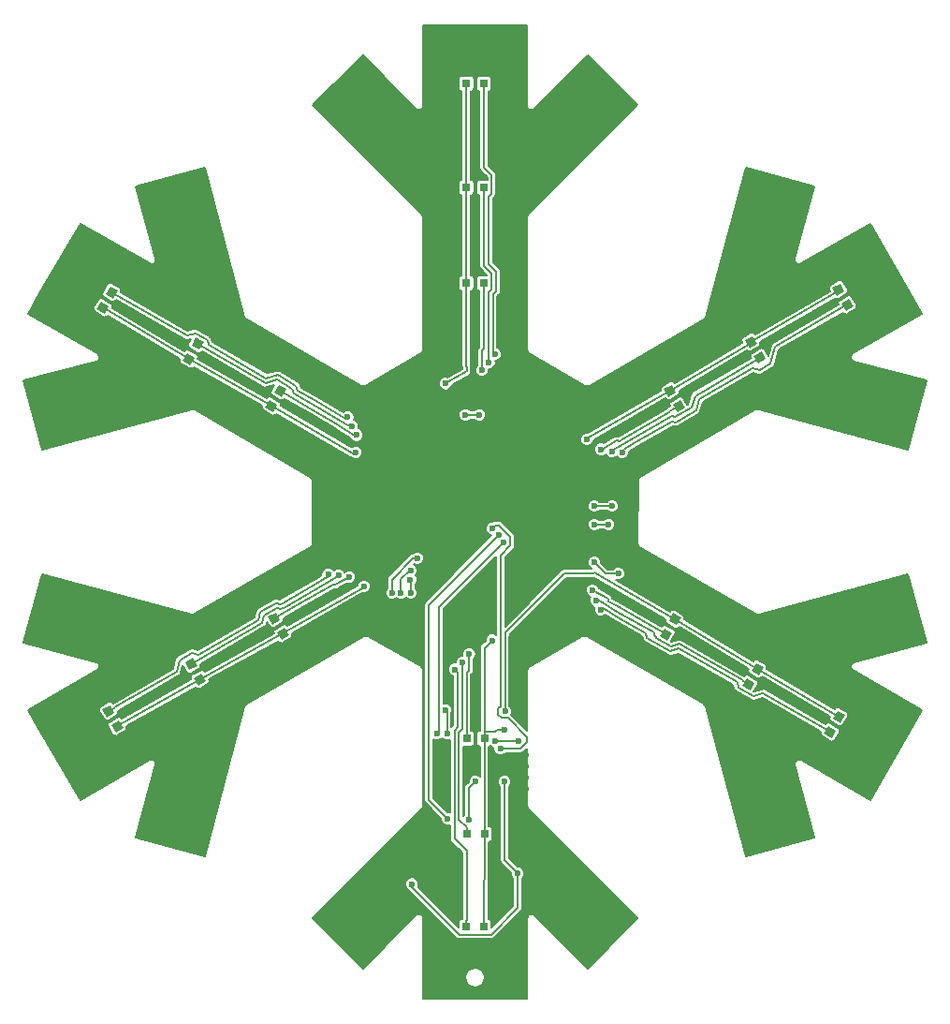
<source format=gtl>
G04 #@! TF.FileFunction,Copper,L1,Top,Signal*
%FSLAX46Y46*%
G04 Gerber Fmt 4.6, Leading zero omitted, Abs format (unit mm)*
G04 Created by KiCad (PCBNEW 4.0.5+dfsg1-4) date Thu Nov 23 17:58:13 2017*
%MOMM*%
%LPD*%
G01*
G04 APERTURE LIST*
%ADD10C,0.100000*%
%ADD11C,0.600000*%
%ADD12R,0.800000X0.800000*%
%ADD13C,0.203200*%
G04 APERTURE END LIST*
D10*
D11*
X142367000Y-131953000D03*
X139319000Y-116459000D03*
X138430000Y-115570000D03*
X142367000Y-130937000D03*
X142367000Y-129921000D03*
D10*
G36*
X120960994Y-118093862D02*
X120268174Y-118493862D01*
X119868174Y-117801042D01*
X120560994Y-117401042D01*
X120960994Y-118093862D01*
X120960994Y-118093862D01*
G37*
G36*
X120160994Y-116708222D02*
X119468174Y-117108222D01*
X119068174Y-116415402D01*
X119760994Y-116015402D01*
X120160994Y-116708222D01*
X120160994Y-116708222D01*
G37*
G36*
X119506991Y-97919862D02*
X118814171Y-97519862D01*
X119214171Y-96827042D01*
X119906991Y-97227042D01*
X119506991Y-97919862D01*
X119506991Y-97919862D01*
G37*
G36*
X120306991Y-96534222D02*
X119614171Y-96134222D01*
X120014171Y-95441402D01*
X120706991Y-95841402D01*
X120306991Y-96534222D01*
X120306991Y-96534222D01*
G37*
D12*
X136994578Y-86266632D03*
X138594578Y-86266632D03*
D10*
G36*
X154882169Y-95841402D02*
X155574989Y-95441402D01*
X155974989Y-96134222D01*
X155282169Y-96534222D01*
X154882169Y-95841402D01*
X154882169Y-95841402D01*
G37*
G36*
X155682169Y-97227042D02*
X156374989Y-96827042D01*
X156774989Y-97519862D01*
X156082169Y-97919862D01*
X155682169Y-97227042D01*
X155682169Y-97227042D01*
G37*
G36*
X155720169Y-116084581D02*
X156412989Y-116484581D01*
X156012989Y-117177401D01*
X155320169Y-116777401D01*
X155720169Y-116084581D01*
X155720169Y-116084581D01*
G37*
G36*
X154920169Y-117470221D02*
X155612989Y-117870221D01*
X155212989Y-118563041D01*
X154520169Y-118163041D01*
X154920169Y-117470221D01*
X154920169Y-117470221D01*
G37*
D12*
X138632582Y-127414630D03*
X137032582Y-127414630D03*
D10*
G36*
X113448991Y-122227040D02*
X112756171Y-122627040D01*
X112356171Y-121934220D01*
X113048991Y-121534220D01*
X113448991Y-122227040D01*
X113448991Y-122227040D01*
G37*
G36*
X112648991Y-120841400D02*
X111956171Y-121241400D01*
X111556171Y-120548580D01*
X112248991Y-120148580D01*
X112648991Y-120841400D01*
X112648991Y-120841400D01*
G37*
G36*
X112032993Y-93671040D02*
X111340173Y-93271040D01*
X111740173Y-92578220D01*
X112432993Y-92978220D01*
X112032993Y-93671040D01*
X112032993Y-93671040D01*
G37*
G36*
X112832993Y-92285400D02*
X112140173Y-91885400D01*
X112540173Y-91192580D01*
X113232993Y-91592580D01*
X112832993Y-92285400D01*
X112832993Y-92285400D01*
G37*
D12*
X136994581Y-77630633D03*
X138594581Y-77630633D03*
D10*
G36*
X162202370Y-91444072D02*
X162895190Y-91044072D01*
X163295190Y-91736892D01*
X162602370Y-92136892D01*
X162202370Y-91444072D01*
X162202370Y-91444072D01*
G37*
G36*
X163002370Y-92829712D02*
X163695190Y-92429712D01*
X164095190Y-93122532D01*
X163402370Y-93522532D01*
X163002370Y-92829712D01*
X163002370Y-92829712D01*
G37*
G36*
X163194174Y-120587403D02*
X163886994Y-120987403D01*
X163486994Y-121680223D01*
X162794174Y-121280223D01*
X163194174Y-120587403D01*
X163194174Y-120587403D01*
G37*
G36*
X162394174Y-121973043D02*
X163086994Y-122373043D01*
X162686994Y-123065863D01*
X161994174Y-122665863D01*
X162394174Y-121973043D01*
X162394174Y-121973043D01*
G37*
D12*
X138632581Y-136050631D03*
X137032581Y-136050631D03*
D10*
G36*
X105974989Y-126475859D02*
X105282169Y-126875859D01*
X104882169Y-126183039D01*
X105574989Y-125783039D01*
X105974989Y-126475859D01*
X105974989Y-126475859D01*
G37*
G36*
X105174989Y-125090219D02*
X104482169Y-125490219D01*
X104082169Y-124797399D01*
X104774989Y-124397399D01*
X105174989Y-125090219D01*
X105174989Y-125090219D01*
G37*
G36*
X104266990Y-89029859D02*
X103574170Y-88629859D01*
X103974170Y-87937039D01*
X104666990Y-88337039D01*
X104266990Y-89029859D01*
X104266990Y-89029859D01*
G37*
G36*
X105066990Y-87644219D02*
X104374170Y-87244219D01*
X104774170Y-86551399D01*
X105466990Y-86951399D01*
X105066990Y-87644219D01*
X105066990Y-87644219D01*
G37*
D12*
X136994578Y-68232630D03*
X138594578Y-68232630D03*
D10*
G36*
X170122174Y-86697404D02*
X170814994Y-86297404D01*
X171214994Y-86990224D01*
X170522174Y-87390224D01*
X170122174Y-86697404D01*
X170122174Y-86697404D01*
G37*
G36*
X170922174Y-88083044D02*
X171614994Y-87683044D01*
X172014994Y-88375864D01*
X171322174Y-88775864D01*
X170922174Y-88083044D01*
X170922174Y-88083044D01*
G37*
G36*
X170560168Y-124905399D02*
X171252988Y-125305399D01*
X170852988Y-125998219D01*
X170160168Y-125598219D01*
X170560168Y-124905399D01*
X170560168Y-124905399D01*
G37*
G36*
X169760168Y-126291039D02*
X170452988Y-126691039D01*
X170052988Y-127383859D01*
X169360168Y-126983859D01*
X169760168Y-126291039D01*
X169760168Y-126291039D01*
G37*
D12*
X138594581Y-144432634D03*
X136994581Y-144432634D03*
D11*
X142367000Y-128905000D03*
X148572922Y-111506000D03*
X150749000Y-112522000D03*
X148082000Y-142113000D03*
X131064000Y-137922000D03*
X128270000Y-143002000D03*
X137541000Y-115570000D03*
X139319000Y-117602000D03*
X137857428Y-123973117D03*
X135316571Y-128651000D03*
X132080000Y-140568714D03*
X141656686Y-139606632D03*
X140462000Y-131318000D03*
X135128000Y-124841000D03*
X135255000Y-127000000D03*
X141701800Y-127635000D03*
X139603200Y-127651841D03*
X134315199Y-126985015D03*
X140381659Y-109681341D03*
X135316569Y-134666011D03*
X137215584Y-134775117D03*
X137795000Y-131318000D03*
X139909401Y-109031644D03*
X140070027Y-128305451D03*
X139319000Y-108458000D03*
X127746636Y-113659654D03*
X131936801Y-113054854D03*
X131980499Y-114272501D03*
X127006396Y-101541478D03*
X131971210Y-112233945D03*
X131064000Y-114264454D03*
X135126277Y-95339988D03*
X147895723Y-100405971D03*
X130260797Y-114264454D03*
X132576010Y-111125000D03*
X136913062Y-98171000D03*
X138176000Y-98171000D03*
X140492200Y-124968000D03*
X140468373Y-126612627D03*
X139321063Y-118547656D03*
X148407391Y-114000025D03*
X149177722Y-101278590D03*
X138406862Y-94148833D03*
X127067831Y-100001513D03*
X126401594Y-112819875D03*
X137267461Y-119774686D03*
X149860000Y-108077000D03*
X148572922Y-108077000D03*
X136632462Y-120536687D03*
X148749801Y-114930954D03*
X150155134Y-101447515D03*
X139041860Y-93459636D03*
X126661919Y-99180574D03*
X125424185Y-112650950D03*
X150188932Y-106426000D03*
X148572922Y-106426000D03*
X149147165Y-115766699D03*
X151108841Y-101575386D03*
X139605792Y-92697638D03*
X126257311Y-98357373D03*
X124499720Y-112573729D03*
X135997459Y-121171686D03*
D13*
X150749000Y-112522000D02*
X149588922Y-112522000D01*
X149588922Y-112522000D02*
X148572922Y-111506000D01*
X131064000Y-137922000D02*
X128270000Y-140716000D01*
X128270000Y-140716000D02*
X128270000Y-143002000D01*
X141656686Y-139606632D02*
X141656686Y-142719171D01*
X141656686Y-142719171D02*
X139238422Y-145137435D01*
X139238422Y-145137435D02*
X136350740Y-145137435D01*
X136350740Y-145137435D02*
X132080000Y-140866695D01*
X132080000Y-140866695D02*
X132080000Y-140568714D01*
X140462000Y-131318000D02*
X140462000Y-138411946D01*
X140462000Y-138411946D02*
X141656686Y-139606632D01*
X135255000Y-127000000D02*
X135255000Y-124968000D01*
X135255000Y-124968000D02*
X135128000Y-124841000D01*
X139603200Y-127651841D02*
X141684959Y-127651841D01*
X141684959Y-127651841D02*
X141701800Y-127635000D01*
X140381659Y-109681341D02*
X134523199Y-115539801D01*
X134523199Y-115539801D02*
X134523199Y-126777015D01*
X134523199Y-126777015D02*
X134315199Y-126985015D01*
X135316569Y-134666011D02*
X133604000Y-132953442D01*
X133604000Y-115337045D02*
X139609402Y-109331643D01*
X139609402Y-109331643D02*
X139909401Y-109031644D01*
X133604000Y-132953442D02*
X133604000Y-115337045D01*
X137795000Y-131318000D02*
X137215584Y-131897416D01*
X137215584Y-131897416D02*
X137215584Y-134775117D01*
X140070027Y-128305451D02*
X141926455Y-128305451D01*
X141926455Y-128305451D02*
X142494000Y-127737906D01*
X140085790Y-110872316D02*
X140986460Y-109971646D01*
X142494000Y-127737906D02*
X142494000Y-127284296D01*
X142494000Y-127284296D02*
X140782505Y-125572801D01*
X140201895Y-125572801D02*
X139887399Y-125258305D01*
X140782505Y-125572801D02*
X140201895Y-125572801D01*
X139887399Y-124677695D02*
X140085790Y-124479304D01*
X139930864Y-108158001D02*
X139618999Y-108158001D01*
X139887399Y-125258305D02*
X139887399Y-124677695D01*
X140986460Y-109213597D02*
X139930864Y-108158001D01*
X140085790Y-124479304D02*
X140085790Y-110872316D01*
X140986460Y-109971646D02*
X140986460Y-109213597D01*
X139618999Y-108158001D02*
X139319000Y-108458000D01*
X120414584Y-117947452D02*
X127729318Y-113724287D01*
X127729318Y-113724287D02*
X127746636Y-113659654D01*
X105428580Y-126329454D02*
X112902582Y-122080634D01*
X112902582Y-122080634D02*
X120414583Y-117947453D01*
X131980499Y-114272501D02*
X131980499Y-113098552D01*
X131980499Y-113098552D02*
X131936801Y-113054854D01*
X119360581Y-97373452D02*
X126715035Y-101619548D01*
X126715035Y-101619548D02*
X127006396Y-101541478D01*
X104120580Y-88483449D02*
X111886585Y-93124629D01*
X111886585Y-93124629D02*
X119360582Y-97373451D01*
X135126277Y-95339988D02*
X137033000Y-94234000D01*
X131064000Y-114264454D02*
X131064000Y-113032549D01*
X131064000Y-113032549D02*
X131862604Y-112233945D01*
X131862604Y-112233945D02*
X131971210Y-112233945D01*
X136994578Y-93471687D02*
X136994578Y-86266632D01*
X137033000Y-94234000D02*
X136994578Y-93471687D01*
X136994580Y-77630629D02*
X136994583Y-68232631D01*
X136994582Y-86266629D02*
X136994580Y-77630629D01*
X147917616Y-100324268D02*
X147895723Y-100405971D01*
X155428578Y-95987812D02*
X147917616Y-100324268D01*
X132185049Y-111125000D02*
X132576010Y-111125000D01*
X130260797Y-113049252D02*
X132185049Y-111125000D01*
X130260797Y-114264454D02*
X130260797Y-113049252D01*
X136913062Y-98171000D02*
X138176000Y-98171000D01*
X162748779Y-91590480D02*
X170613371Y-87049862D01*
X170613371Y-87049862D02*
X170668579Y-86843811D01*
X162794582Y-91669813D02*
X155428582Y-95987810D01*
X148517038Y-112472783D02*
X145901195Y-112472783D01*
X145901195Y-112472783D02*
X140516519Y-117857459D01*
X140492200Y-118140200D02*
X140516519Y-118115881D01*
X140516519Y-118115881D02*
X140516519Y-117857459D01*
X140492200Y-124968000D02*
X140492200Y-118140200D01*
X155866578Y-116630991D02*
X148617654Y-112445823D01*
X148617654Y-112445823D02*
X148517038Y-112472783D01*
X170706583Y-125451812D02*
X163340581Y-121133813D01*
X163340581Y-121133813D02*
X155866582Y-116630993D01*
X139573000Y-126786935D02*
X138657077Y-126786935D01*
X138657077Y-126786935D02*
X138632582Y-126811430D01*
X139321063Y-118547656D02*
X138632582Y-119236135D01*
X138632582Y-119236135D02*
X138632582Y-126811430D01*
X138632582Y-126811430D02*
X138632582Y-127414630D01*
X140468373Y-126612627D02*
X139747308Y-126612627D01*
X139747308Y-126612627D02*
X139573000Y-126786935D01*
X138632580Y-127414632D02*
X138632578Y-136050630D01*
X138632578Y-136050630D02*
X138594581Y-144432631D01*
X149861142Y-115011269D02*
X149806646Y-114807886D01*
X149806646Y-114807886D02*
X148407391Y-114000025D01*
X150845380Y-100559854D02*
X150597874Y-100493536D01*
X150597874Y-100493536D02*
X149218975Y-101289645D01*
X149218975Y-101289645D02*
X149177722Y-101278590D01*
X138594581Y-92195983D02*
X138437062Y-92353502D01*
X138437062Y-92353502D02*
X138437061Y-94118636D01*
X138437061Y-94118636D02*
X138406862Y-94148833D01*
X125489295Y-99081606D02*
X125527433Y-99223942D01*
X125527433Y-99223942D02*
X126935597Y-100036946D01*
X126935597Y-100036946D02*
X127067831Y-100001513D01*
X124968050Y-113470984D02*
X125135658Y-113515892D01*
X125135658Y-113515892D02*
X126360340Y-112808820D01*
X126360340Y-112808820D02*
X126401594Y-112819875D01*
X137032581Y-121478394D02*
X137237261Y-121273716D01*
X137237261Y-121273716D02*
X137237260Y-119804884D01*
X137237260Y-119804884D02*
X137267461Y-119774686D01*
X155066580Y-118016632D02*
X150521054Y-115392272D01*
X150521054Y-115392272D02*
X149861142Y-115011269D01*
X137032580Y-127414630D02*
X137032581Y-121478394D01*
X150845380Y-100559854D02*
X150841604Y-100562028D01*
X150955361Y-100496352D02*
X150845380Y-100559854D01*
X155358544Y-97954174D02*
X150955361Y-100496352D01*
X155706196Y-97675053D02*
X155383398Y-97861419D01*
X155383398Y-97861419D02*
X155358544Y-97954174D01*
X138594579Y-91318285D02*
X138594581Y-92195983D01*
X122843177Y-97553867D02*
X125489295Y-99081606D01*
X121681423Y-115368522D02*
X124968050Y-113470984D01*
X156228580Y-97373453D02*
X155706196Y-97675053D01*
X138594579Y-91318285D02*
X138584578Y-91328286D01*
X138594578Y-86266632D02*
X138594579Y-91318285D01*
X120688439Y-96309828D02*
X122843177Y-97553867D01*
X120160578Y-95987811D02*
X120682968Y-96289410D01*
X120682968Y-96289410D02*
X120688439Y-96309828D01*
X119614579Y-116561811D02*
X121681423Y-115368522D01*
X148572922Y-108077000D02*
X149860000Y-108077000D01*
X136626170Y-121064630D02*
X136626171Y-120542975D01*
X136626171Y-120542975D02*
X136632462Y-120536687D01*
X136626172Y-126551042D02*
X136626170Y-121064630D01*
X137032579Y-136050632D02*
X137032583Y-135447433D01*
X137032583Y-135447433D02*
X136327781Y-134742630D01*
X136327781Y-134742630D02*
X136327782Y-126849434D01*
X136327782Y-126849434D02*
X136626172Y-126551042D01*
X149130014Y-115058434D02*
X148858679Y-114901779D01*
X148858679Y-114901779D02*
X148749801Y-114930954D01*
X150626878Y-101155284D02*
X150161433Y-101424010D01*
X150161433Y-101424010D02*
X150155134Y-101447515D01*
X139000991Y-92805569D02*
X139000991Y-93418767D01*
X139000991Y-93418767D02*
X139041860Y-93459636D01*
X126154440Y-98996347D02*
X126533248Y-99215050D01*
X126533248Y-99215050D02*
X126661919Y-99180574D01*
X125130273Y-112908041D02*
X125396478Y-112754347D01*
X125396478Y-112754347D02*
X125424185Y-112650950D01*
X162018193Y-122217853D02*
X162004338Y-122166144D01*
X162540580Y-122519456D02*
X162018193Y-122217853D01*
X162004338Y-122166144D02*
X156505900Y-118991617D01*
X156505900Y-118991617D02*
X156285931Y-118864616D01*
X154156598Y-118305086D02*
X154097235Y-118083545D01*
X155493501Y-119076946D02*
X154156598Y-118305086D01*
X156285931Y-118864616D02*
X155493501Y-119076946D01*
X154019221Y-118038507D02*
X153969366Y-117852436D01*
X154097235Y-118083545D02*
X154019221Y-118038507D01*
X153969366Y-117852436D02*
X150645817Y-115933584D01*
X150645817Y-115933584D02*
X149130014Y-115058434D01*
X155566856Y-98303187D02*
X150626878Y-101155284D01*
X139000991Y-91486618D02*
X139000991Y-92805569D01*
X123046385Y-97201907D02*
X126154440Y-98996347D01*
X120608070Y-115518938D02*
X125130273Y-112908041D01*
X157696866Y-96460497D02*
X157418214Y-97500452D01*
X157418214Y-97500452D02*
X155881712Y-98387551D01*
X155881712Y-98387551D02*
X155566856Y-98303187D01*
X163594581Y-93055450D02*
X157696866Y-96460497D01*
X139299382Y-86803479D02*
X139000990Y-87101868D01*
X139000990Y-87101868D02*
X139000991Y-91486618D01*
X138584578Y-84724288D02*
X139299380Y-85439088D01*
X139299380Y-85439088D02*
X139299382Y-86803479D01*
X138584575Y-78243838D02*
X138584578Y-84724288D01*
X138594583Y-77630630D02*
X138594582Y-78233832D01*
X138594582Y-78233832D02*
X138584575Y-78243838D01*
X121374599Y-96236703D02*
X123046385Y-97201907D01*
X118825698Y-95283408D02*
X119866907Y-95004422D01*
X119866907Y-95004422D02*
X121259906Y-95808672D01*
X121259906Y-95808672D02*
X121374599Y-96236703D01*
X112686579Y-91738986D02*
X118825698Y-95283408D01*
X120246371Y-115727765D02*
X120608070Y-115518938D01*
X112102582Y-120694991D02*
X118511247Y-116994945D01*
X118511247Y-116994945D02*
X118704597Y-116273354D01*
X118704597Y-116273354D02*
X119838760Y-115618545D01*
X119838760Y-115618545D02*
X120246371Y-115727765D01*
X148572922Y-106426000D02*
X150188932Y-106426000D01*
X149342758Y-115650543D02*
X149299218Y-115725955D01*
X149299218Y-115725955D02*
X149147165Y-115766699D01*
X151216837Y-101283951D02*
X151181458Y-101304375D01*
X151181458Y-101304375D02*
X151108841Y-101575386D01*
X139407401Y-92272159D02*
X139407401Y-92499247D01*
X139407401Y-92499247D02*
X139605792Y-92697638D01*
X125818815Y-98333289D02*
X125986308Y-98429987D01*
X125986308Y-98429987D02*
X126257311Y-98357373D01*
X124399147Y-112860878D02*
X124427104Y-112844737D01*
X124427104Y-112844737D02*
X124499720Y-112573729D01*
X136219761Y-121468686D02*
X136219761Y-121393984D01*
X136219761Y-121393984D02*
X135997459Y-121171686D01*
X149516728Y-115750987D02*
X149342758Y-115650543D01*
X150726562Y-116449486D02*
X149516728Y-115750987D01*
X136219761Y-126382701D02*
X136219761Y-121468686D01*
X153238241Y-117899606D02*
X150726562Y-116449486D01*
X152338512Y-100636352D02*
X151216837Y-101283951D01*
X139407403Y-90820286D02*
X139407401Y-92272159D01*
X123249591Y-96849946D02*
X125818815Y-98333289D01*
X123853469Y-113175923D02*
X124399147Y-112860878D01*
X120404864Y-115166971D02*
X123853469Y-113175923D01*
X161494004Y-122340784D02*
X156228513Y-119300749D01*
X156228513Y-119300749D02*
X155436081Y-119513081D01*
X155436081Y-119513081D02*
X153347460Y-118307213D01*
X153347460Y-118307213D02*
X153238241Y-117899606D01*
X163856007Y-123344151D02*
X162970410Y-123581446D01*
X162970410Y-123581446D02*
X161617078Y-122800100D01*
X161617078Y-122800100D02*
X161494004Y-122340784D01*
X169906579Y-126837452D02*
X163856007Y-123344151D01*
X155624273Y-98739317D02*
X152338512Y-100636352D01*
X162875915Y-93939655D02*
X158045859Y-96728287D01*
X158045859Y-96728287D02*
X157767204Y-97768243D01*
X157767204Y-97768243D02*
X155939126Y-98823684D01*
X155939126Y-98823684D02*
X155624273Y-98739317D01*
X164946909Y-91994740D02*
X164533728Y-93536762D01*
X164533728Y-93536762D02*
X163531596Y-94115342D01*
X163531596Y-94115342D02*
X162875915Y-93939655D01*
X171468582Y-88229453D02*
X164946909Y-91994740D01*
X139407399Y-87270213D02*
X139407403Y-90820286D01*
X138990986Y-78475879D02*
X138990984Y-84555947D01*
X138990984Y-84555947D02*
X139705793Y-85270750D01*
X139705793Y-85270750D02*
X139705792Y-86971821D01*
X139705792Y-86971821D02*
X139407399Y-87270213D01*
X138594581Y-75844293D02*
X139299383Y-76549090D01*
X139299383Y-76549090D02*
X139299384Y-78167480D01*
X139299384Y-78167480D02*
X138990986Y-78475879D01*
X138594581Y-68232628D02*
X138594581Y-75844293D01*
X121723591Y-95968911D02*
X123249591Y-96849946D01*
X121608902Y-95540884D02*
X121723591Y-95968911D01*
X119924325Y-94568291D02*
X119924321Y-94568289D01*
X119924321Y-94568289D02*
X121608902Y-95540884D01*
X113691180Y-91849713D02*
X118883116Y-94847284D01*
X118883116Y-94847284D02*
X119924325Y-94568291D01*
X104920577Y-87097810D02*
X111704919Y-91014752D01*
X111704919Y-91014752D02*
X112481399Y-90806696D01*
X112481399Y-90806696D02*
X113581956Y-91442106D01*
X113581956Y-91442106D02*
X113691180Y-91849713D01*
X120188950Y-115291629D02*
X120404864Y-115166971D01*
X112746160Y-119854141D02*
X118162259Y-116727155D01*
X118162259Y-116727155D02*
X118355606Y-116005564D01*
X118355606Y-116005564D02*
X119781346Y-115182416D01*
X119781346Y-115182416D02*
X120188950Y-115291629D01*
X110791229Y-121375666D02*
X111070138Y-120334753D01*
X111070138Y-120334753D02*
X112169990Y-119699757D01*
X112169990Y-119699757D02*
X112746160Y-119854141D01*
X105154181Y-124630212D02*
X110791229Y-121375666D01*
X104628582Y-124943808D02*
X105150965Y-124642213D01*
X105150965Y-124642213D02*
X105154181Y-124630212D01*
X137032579Y-137574631D02*
X135921369Y-136463421D01*
X135921369Y-136463421D02*
X135921372Y-126681092D01*
X135921372Y-126681092D02*
X136219761Y-126382701D01*
X137032580Y-138082630D02*
X137032579Y-137574631D01*
X137032579Y-143791429D02*
X137032580Y-138082630D01*
X136994583Y-144432633D02*
X136994584Y-143829431D01*
X136994584Y-143829431D02*
X137032579Y-143791429D01*
G36*
X142493431Y-62951690D02*
X142493433Y-70191885D01*
X142522344Y-70337228D01*
X142604674Y-70460444D01*
X142727890Y-70542774D01*
X142873233Y-70571685D01*
X143018576Y-70542774D01*
X143141792Y-70460444D01*
X147953232Y-65649002D01*
X152496113Y-70191888D01*
X142604672Y-80083326D01*
X142604660Y-80083344D01*
X142604642Y-80083356D01*
X142565021Y-80142668D01*
X142522342Y-80206542D01*
X142522337Y-80206565D01*
X142522326Y-80206582D01*
X142508322Y-80277022D01*
X142493431Y-80351885D01*
X142493435Y-80351906D01*
X142493431Y-80351928D01*
X142494781Y-92261073D01*
X142504322Y-92309012D01*
X142507316Y-92357801D01*
X142518659Y-92381046D01*
X142523708Y-92406413D01*
X142550870Y-92447054D01*
X142572306Y-92490981D01*
X142591680Y-92508115D01*
X142606052Y-92529619D01*
X142646695Y-92556769D01*
X142683313Y-92589153D01*
X147737911Y-95535554D01*
X147785554Y-95551948D01*
X147830730Y-95574249D01*
X147855020Y-95575851D01*
X147878037Y-95583771D01*
X147928324Y-95580685D01*
X147978600Y-95584001D01*
X148001654Y-95576186D01*
X148025950Y-95574695D01*
X148071224Y-95552602D01*
X148118945Y-95536425D01*
X158461511Y-89570749D01*
X158461570Y-89570697D01*
X158461644Y-89570672D01*
X158516000Y-89523003D01*
X158572966Y-89473086D01*
X158573002Y-89473013D01*
X158573059Y-89472963D01*
X158605198Y-89407793D01*
X158638563Y-89340204D01*
X158638568Y-89340126D01*
X158638603Y-89340055D01*
X162259120Y-75828099D01*
X168464815Y-77490904D01*
X166703704Y-84063457D01*
X166694013Y-84211330D01*
X166741647Y-84351656D01*
X166839356Y-84463071D01*
X166972264Y-84528615D01*
X167120137Y-84538306D01*
X167260463Y-84490672D01*
X173530660Y-80870571D01*
X178230858Y-89011556D01*
X171960665Y-92631656D01*
X171849250Y-92729364D01*
X171783706Y-92862272D01*
X171774015Y-93010146D01*
X171821649Y-93150472D01*
X171919357Y-93261887D01*
X172052265Y-93327431D01*
X178624810Y-95088544D01*
X176962002Y-101294235D01*
X163450044Y-97673714D01*
X163450021Y-97673713D01*
X163450004Y-97673704D01*
X163377264Y-97668944D01*
X163302170Y-97664023D01*
X163302151Y-97664029D01*
X163302130Y-97664028D01*
X163230041Y-97688507D01*
X163161844Y-97711657D01*
X163161829Y-97711670D01*
X163161809Y-97711677D01*
X152717645Y-103743135D01*
X152681569Y-103774781D01*
X152641430Y-103801085D01*
X152626360Y-103823209D01*
X152606241Y-103840857D01*
X152585022Y-103883897D01*
X152558004Y-103923561D01*
X152552548Y-103949765D01*
X152540712Y-103973772D01*
X152537579Y-104021657D01*
X152527796Y-104068640D01*
X152476996Y-109758243D01*
X152486565Y-109808699D01*
X152489923Y-109859934D01*
X152500255Y-109880885D01*
X152504608Y-109903838D01*
X152532756Y-109946790D01*
X152555466Y-109992841D01*
X152573029Y-110008243D01*
X152585835Y-110027785D01*
X152628273Y-110056692D01*
X152666881Y-110090551D01*
X163162438Y-116150155D01*
X163302764Y-116197788D01*
X163450638Y-116188097D01*
X176962596Y-112567578D01*
X178625404Y-118773269D01*
X172052856Y-120534378D01*
X171919948Y-120599922D01*
X171822239Y-120711337D01*
X171774605Y-120851663D01*
X171784296Y-120999536D01*
X171837103Y-121106616D01*
X171849840Y-121132444D01*
X171961255Y-121230153D01*
X178231447Y-124850249D01*
X173531250Y-132991236D01*
X167261055Y-129371140D01*
X167120729Y-129323506D01*
X166972856Y-129333197D01*
X166839948Y-129398741D01*
X166742239Y-129510156D01*
X166694605Y-129650482D01*
X166704296Y-129798355D01*
X168465405Y-136370904D01*
X162259716Y-138033714D01*
X158639196Y-124521756D01*
X158639057Y-124521474D01*
X158639036Y-124521163D01*
X158606390Y-124455234D01*
X158573652Y-124388849D01*
X158573416Y-124388642D01*
X158573277Y-124388361D01*
X158517717Y-124339795D01*
X158462237Y-124291140D01*
X158461940Y-124291039D01*
X158461704Y-124290833D01*
X147864551Y-118195408D01*
X147818560Y-118179879D01*
X147775116Y-118158214D01*
X147748975Y-118156384D01*
X147724148Y-118148001D01*
X147675711Y-118151254D01*
X147627288Y-118147864D01*
X147602439Y-118156176D01*
X147576291Y-118157932D01*
X147532786Y-118179474D01*
X147486751Y-118194872D01*
X142686148Y-120938075D01*
X142648019Y-120971214D01*
X142606023Y-120999275D01*
X142592573Y-121019404D01*
X142574299Y-121035287D01*
X142551755Y-121080493D01*
X142523693Y-121122491D01*
X142518970Y-121146236D01*
X142508165Y-121167902D01*
X142504637Y-121218289D01*
X142494782Y-121267834D01*
X142494780Y-126710339D01*
X141069873Y-125285433D01*
X141041128Y-125266226D01*
X141027120Y-125256866D01*
X141096895Y-125088830D01*
X141097105Y-124848226D01*
X141005224Y-124625856D01*
X140898600Y-124519046D01*
X140898600Y-118238143D01*
X140922919Y-118115881D01*
X140922919Y-118025795D01*
X144828915Y-114119799D01*
X147802486Y-114119799D01*
X147894367Y-114342169D01*
X148064352Y-114512451D01*
X148239935Y-114585359D01*
X148237375Y-114587915D01*
X148145106Y-114810124D01*
X148144896Y-115050728D01*
X148236777Y-115273098D01*
X148406762Y-115443380D01*
X148594228Y-115521222D01*
X148542470Y-115645869D01*
X148542260Y-115886473D01*
X148634141Y-116108843D01*
X148804126Y-116279125D01*
X149026335Y-116371394D01*
X149266939Y-116371604D01*
X149489309Y-116279723D01*
X149537097Y-116232018D01*
X150523361Y-116801438D01*
X150523362Y-116801439D01*
X152889258Y-118167391D01*
X152954908Y-118412397D01*
X153025040Y-118554613D01*
X153144260Y-118659166D01*
X155232881Y-119865034D01*
X155383035Y-119916005D01*
X155541265Y-119905633D01*
X156171096Y-119736870D01*
X161145021Y-122608569D01*
X161224526Y-122905284D01*
X161294659Y-123047502D01*
X161350817Y-123096750D01*
X161413878Y-123152053D01*
X162767210Y-123933399D01*
X162879311Y-123971452D01*
X162917364Y-123984370D01*
X162917365Y-123984370D01*
X163075594Y-123973998D01*
X163798590Y-123780272D01*
X169088874Y-126834620D01*
X169052962Y-126936919D01*
X169058904Y-127060138D01*
X169112316Y-127171337D01*
X169204782Y-127252995D01*
X169897602Y-127652995D01*
X170006048Y-127691065D01*
X170129267Y-127685123D01*
X170240466Y-127631711D01*
X170322124Y-127539245D01*
X170722124Y-126846425D01*
X170760194Y-126737979D01*
X170754252Y-126614760D01*
X170700840Y-126503561D01*
X170608374Y-126421903D01*
X169915554Y-126021903D01*
X169807108Y-125983833D01*
X169683889Y-125989775D01*
X169572690Y-126043187D01*
X169495353Y-126130761D01*
X164059207Y-122992198D01*
X163909053Y-122941227D01*
X163750822Y-122951599D01*
X163027827Y-123145325D01*
X163006930Y-123133260D01*
X163356130Y-122528429D01*
X163394200Y-122419983D01*
X163388258Y-122296764D01*
X163334846Y-122185565D01*
X163242380Y-122103907D01*
X162549560Y-121703907D01*
X162441114Y-121665837D01*
X162317895Y-121671779D01*
X162206696Y-121725191D01*
X162154925Y-121783815D01*
X156709100Y-118639664D01*
X156709101Y-118639664D01*
X156489133Y-118512665D01*
X156489132Y-118512664D01*
X156338978Y-118461692D01*
X156254678Y-118467218D01*
X156180749Y-118472063D01*
X156180746Y-118472065D01*
X155550918Y-118640825D01*
X155532926Y-118630437D01*
X155882125Y-118025607D01*
X155920195Y-117917161D01*
X155914253Y-117793942D01*
X155860841Y-117682743D01*
X155768375Y-117601085D01*
X155075555Y-117201085D01*
X154967109Y-117163015D01*
X154843890Y-117168957D01*
X154732691Y-117222369D01*
X154655355Y-117309941D01*
X150724254Y-115040319D01*
X150724252Y-115040318D01*
X150210126Y-114743485D01*
X150199198Y-114702702D01*
X150187461Y-114678901D01*
X150129066Y-114560485D01*
X150009846Y-114455933D01*
X149012158Y-113879917D01*
X148920415Y-113657881D01*
X148750430Y-113487599D01*
X148528221Y-113395330D01*
X148287617Y-113395120D01*
X148065247Y-113487001D01*
X147894965Y-113656986D01*
X147802696Y-113879195D01*
X147802486Y-114119799D01*
X144828915Y-114119799D01*
X146069531Y-112879183D01*
X148517038Y-112879183D01*
X148545611Y-112873500D01*
X155048876Y-116628161D01*
X155012963Y-116730461D01*
X155018905Y-116853680D01*
X155072317Y-116964879D01*
X155164783Y-117046537D01*
X155857603Y-117446537D01*
X155966049Y-117484607D01*
X156089268Y-117478665D01*
X156200467Y-117425253D01*
X156268860Y-117347807D01*
X162528424Y-121118973D01*
X162525038Y-121124837D01*
X162486968Y-121233283D01*
X162492910Y-121356502D01*
X162546322Y-121467701D01*
X162638788Y-121549359D01*
X163331608Y-121949359D01*
X163440054Y-121987429D01*
X163563273Y-121981487D01*
X163674472Y-121928075D01*
X163748634Y-121844097D01*
X169890456Y-125444473D01*
X169852962Y-125551279D01*
X169858904Y-125674498D01*
X169912316Y-125785697D01*
X170004782Y-125867355D01*
X170697602Y-126267355D01*
X170806048Y-126305425D01*
X170929267Y-126299483D01*
X171040466Y-126246071D01*
X171122124Y-126153605D01*
X171522124Y-125460785D01*
X171560194Y-125352339D01*
X171554252Y-125229120D01*
X171500840Y-125117921D01*
X171408374Y-125036263D01*
X170715554Y-124636263D01*
X170607108Y-124598193D01*
X170483889Y-124604135D01*
X170372690Y-124657547D01*
X170298527Y-124741526D01*
X164156705Y-121141150D01*
X164194200Y-121034343D01*
X164188258Y-120911124D01*
X164134846Y-120799925D01*
X164042380Y-120718267D01*
X163349560Y-120318267D01*
X163241114Y-120280197D01*
X163117895Y-120286139D01*
X163006696Y-120339551D01*
X162938301Y-120416998D01*
X156678739Y-116645833D01*
X156682125Y-116639967D01*
X156720195Y-116531521D01*
X156714253Y-116408302D01*
X156660841Y-116297103D01*
X156568375Y-116215445D01*
X155875555Y-115815445D01*
X155767109Y-115777375D01*
X155643890Y-115783317D01*
X155532691Y-115836729D01*
X155455355Y-115924301D01*
X150562603Y-113099469D01*
X150628170Y-113126695D01*
X150868774Y-113126905D01*
X151091144Y-113035024D01*
X151261426Y-112865039D01*
X151353695Y-112642830D01*
X151353905Y-112402226D01*
X151262024Y-112179856D01*
X151092039Y-112009574D01*
X150869830Y-111917305D01*
X150629226Y-111917095D01*
X150406856Y-112008976D01*
X150300046Y-112115600D01*
X149757258Y-112115600D01*
X149177696Y-111536038D01*
X149177827Y-111386226D01*
X149085946Y-111163856D01*
X148915961Y-110993574D01*
X148693752Y-110901305D01*
X148453148Y-110901095D01*
X148230778Y-110992976D01*
X148060496Y-111162961D01*
X147968227Y-111385170D01*
X147968017Y-111625774D01*
X148059898Y-111848144D01*
X148229883Y-112018426D01*
X148345377Y-112066383D01*
X145901195Y-112066383D01*
X145745672Y-112097318D01*
X145663846Y-112151993D01*
X145613827Y-112185415D01*
X140492190Y-117307052D01*
X140492190Y-111040652D01*
X141273828Y-110259014D01*
X141361925Y-110127169D01*
X141392860Y-109971646D01*
X141392860Y-109213597D01*
X141361925Y-109058074D01*
X141273828Y-108926229D01*
X140544373Y-108196774D01*
X147968017Y-108196774D01*
X148059898Y-108419144D01*
X148229883Y-108589426D01*
X148452092Y-108681695D01*
X148692696Y-108681905D01*
X148915066Y-108590024D01*
X149021876Y-108483400D01*
X149411120Y-108483400D01*
X149516961Y-108589426D01*
X149739170Y-108681695D01*
X149979774Y-108681905D01*
X150202144Y-108590024D01*
X150372426Y-108420039D01*
X150464695Y-108197830D01*
X150464905Y-107957226D01*
X150373024Y-107734856D01*
X150203039Y-107564574D01*
X149980830Y-107472305D01*
X149740226Y-107472095D01*
X149517856Y-107563976D01*
X149411046Y-107670600D01*
X149021802Y-107670600D01*
X148915961Y-107564574D01*
X148693752Y-107472305D01*
X148453148Y-107472095D01*
X148230778Y-107563976D01*
X148060496Y-107733961D01*
X147968227Y-107956170D01*
X147968017Y-108196774D01*
X140544373Y-108196774D01*
X140218232Y-107870633D01*
X140191985Y-107853095D01*
X140086387Y-107782536D01*
X139930864Y-107751601D01*
X139618999Y-107751601D01*
X139463476Y-107782536D01*
X139357878Y-107853095D01*
X139357671Y-107853233D01*
X139199226Y-107853095D01*
X138976856Y-107944976D01*
X138806574Y-108114961D01*
X138714305Y-108337170D01*
X138714095Y-108577774D01*
X138805976Y-108800144D01*
X138975961Y-108970426D01*
X139198170Y-109062695D01*
X139303522Y-109062787D01*
X133316632Y-115049677D01*
X133228535Y-115181522D01*
X133197600Y-115337045D01*
X133197600Y-132953442D01*
X133228535Y-133108965D01*
X133243145Y-133130830D01*
X133316632Y-133240810D01*
X134711795Y-134635973D01*
X134711664Y-134785785D01*
X134803545Y-135008155D01*
X134973530Y-135178437D01*
X135195739Y-135270706D01*
X135436343Y-135270916D01*
X135514969Y-135238428D01*
X135514969Y-136463421D01*
X135545904Y-136618944D01*
X135634001Y-136750789D01*
X136626179Y-137742967D01*
X136626180Y-138082629D01*
X136626180Y-138082630D01*
X136626179Y-143663341D01*
X136619119Y-143673907D01*
X136619115Y-143673926D01*
X136619104Y-143673943D01*
X136609577Y-143721863D01*
X136594581Y-143721863D01*
X136481629Y-143743116D01*
X136377889Y-143809871D01*
X136308294Y-143911727D01*
X136283810Y-144032634D01*
X136283810Y-144495769D01*
X132623928Y-140835887D01*
X132684695Y-140689544D01*
X132684905Y-140448940D01*
X132593024Y-140226570D01*
X132423039Y-140056288D01*
X132200830Y-139964019D01*
X131960226Y-139963809D01*
X131737856Y-140055690D01*
X131567574Y-140225675D01*
X131475305Y-140447884D01*
X131475095Y-140688488D01*
X131566976Y-140910858D01*
X131736961Y-141081140D01*
X131746573Y-141085131D01*
X131792632Y-141154063D01*
X136063372Y-145424803D01*
X136195217Y-145512900D01*
X136350740Y-145543835D01*
X139238422Y-145543835D01*
X139393945Y-145512900D01*
X139525790Y-145424803D01*
X141944054Y-143006539D01*
X142032151Y-142874694D01*
X142063086Y-142719171D01*
X142063086Y-140055512D01*
X142169112Y-139949671D01*
X142261381Y-139727462D01*
X142261591Y-139486858D01*
X142169710Y-139264488D01*
X141999725Y-139094206D01*
X141777516Y-139001937D01*
X141626595Y-139001805D01*
X140868400Y-138243610D01*
X140868400Y-131766880D01*
X140974426Y-131661039D01*
X141066695Y-131438830D01*
X141066905Y-131198226D01*
X140975024Y-130975856D01*
X140805039Y-130805574D01*
X140582830Y-130713305D01*
X140342226Y-130713095D01*
X140119856Y-130804976D01*
X139949574Y-130974961D01*
X139857305Y-131197170D01*
X139857095Y-131437774D01*
X139948976Y-131660144D01*
X140055600Y-131766954D01*
X140055600Y-138411946D01*
X140086535Y-138567469D01*
X140106383Y-138597173D01*
X140174632Y-138699314D01*
X141051912Y-139576594D01*
X141051781Y-139726406D01*
X141143662Y-139948776D01*
X141250286Y-140055586D01*
X141250286Y-142550835D01*
X139305352Y-144495769D01*
X139305352Y-144032634D01*
X139284099Y-143919682D01*
X139217344Y-143815942D01*
X139115488Y-143746347D01*
X139004199Y-143723811D01*
X139035763Y-136760803D01*
X139145533Y-136740149D01*
X139249273Y-136673394D01*
X139318868Y-136571538D01*
X139343352Y-136450631D01*
X139343352Y-135650631D01*
X139322099Y-135537679D01*
X139255344Y-135433939D01*
X139153488Y-135364344D01*
X139038978Y-135341155D01*
X139038980Y-128124197D01*
X139145534Y-128104148D01*
X139178787Y-128082750D01*
X139260161Y-128164267D01*
X139465275Y-128249438D01*
X139465122Y-128425225D01*
X139557003Y-128647595D01*
X139726988Y-128817877D01*
X139949197Y-128910146D01*
X140189801Y-128910356D01*
X140412171Y-128818475D01*
X140518981Y-128711851D01*
X141926455Y-128711851D01*
X142081978Y-128680916D01*
X142213823Y-128592819D01*
X142494779Y-128311863D01*
X142494777Y-133510630D01*
X142523688Y-133655973D01*
X142606018Y-133779189D01*
X152497461Y-143670630D01*
X147954583Y-148213514D01*
X143143137Y-143402068D01*
X143019921Y-143319738D01*
X142874578Y-143290827D01*
X142729235Y-143319738D01*
X142606019Y-143402068D01*
X142523689Y-143525284D01*
X142494778Y-143670627D01*
X142494779Y-150910829D01*
X133094378Y-150910830D01*
X133094379Y-149004630D01*
X136906778Y-149004630D01*
X136974358Y-149344376D01*
X137166809Y-149632399D01*
X137454832Y-149824850D01*
X137794578Y-149892430D01*
X138134324Y-149824850D01*
X138422347Y-149632399D01*
X138614798Y-149344376D01*
X138682378Y-149004630D01*
X138614798Y-148664884D01*
X138422347Y-148376861D01*
X138134324Y-148184410D01*
X137794578Y-148116830D01*
X137454832Y-148184410D01*
X137166809Y-148376861D01*
X136974358Y-148664884D01*
X136906778Y-149004630D01*
X133094379Y-149004630D01*
X133094382Y-143670627D01*
X133065471Y-143525284D01*
X132983141Y-143402068D01*
X132859925Y-143319738D01*
X132714582Y-143290827D01*
X132569239Y-143319738D01*
X132446023Y-143402068D01*
X127634581Y-148213512D01*
X123091697Y-143670631D01*
X132983139Y-133779192D01*
X133065469Y-133655976D01*
X133094380Y-133510633D01*
X133094382Y-121242430D01*
X133084527Y-121192885D01*
X133080999Y-121142498D01*
X133070194Y-121120832D01*
X133065471Y-121097087D01*
X133037409Y-121055089D01*
X133014865Y-121009883D01*
X132996591Y-120994001D01*
X132983141Y-120973871D01*
X132941142Y-120945808D01*
X132903015Y-120912671D01*
X128102412Y-118169473D01*
X128056075Y-118153974D01*
X128012259Y-118132369D01*
X127986426Y-118130677D01*
X127961875Y-118122465D01*
X127913139Y-118125877D01*
X127864385Y-118122684D01*
X127839871Y-118131007D01*
X127814047Y-118132815D01*
X127770326Y-118154619D01*
X127724061Y-118170326D01*
X117125648Y-124290073D01*
X117076007Y-124333612D01*
X117014250Y-124387772D01*
X117014245Y-124387782D01*
X117014238Y-124387788D01*
X116988979Y-124439015D01*
X116948706Y-124520680D01*
X113328189Y-138032643D01*
X107122497Y-136369834D01*
X108883607Y-129797281D01*
X108893298Y-129649408D01*
X108845664Y-129509082D01*
X108747955Y-129397667D01*
X108615048Y-129332123D01*
X108467174Y-129322431D01*
X108326848Y-129370066D01*
X102056650Y-132990168D01*
X98148749Y-126221474D01*
X104573784Y-126221474D01*
X104613033Y-126338425D01*
X105013033Y-127031245D01*
X105087915Y-127118437D01*
X105197596Y-127174901D01*
X105320604Y-127184244D01*
X105437555Y-127144995D01*
X106130375Y-126744995D01*
X106217567Y-126670113D01*
X106274031Y-126560432D01*
X106283374Y-126437424D01*
X106247743Y-126331254D01*
X112488141Y-122783714D01*
X112561917Y-122869618D01*
X112671598Y-122926082D01*
X112794606Y-122935425D01*
X112911557Y-122896176D01*
X113604377Y-122496176D01*
X113691569Y-122421294D01*
X113748033Y-122311613D01*
X113757376Y-122188605D01*
X113724958Y-122092008D01*
X119994961Y-118642187D01*
X119999038Y-118649248D01*
X120073920Y-118736440D01*
X120183601Y-118792904D01*
X120306609Y-118802247D01*
X120423560Y-118762998D01*
X121116380Y-118362998D01*
X121203572Y-118288116D01*
X121260036Y-118178435D01*
X121269379Y-118055427D01*
X121232208Y-117944667D01*
X127399066Y-114384228D01*
X129655892Y-114384228D01*
X129747773Y-114606598D01*
X129917758Y-114776880D01*
X130139967Y-114869149D01*
X130380571Y-114869359D01*
X130602941Y-114777478D01*
X130662353Y-114718170D01*
X130720961Y-114776880D01*
X130943170Y-114869149D01*
X131183774Y-114869359D01*
X131406144Y-114777478D01*
X131518279Y-114665538D01*
X131637460Y-114784927D01*
X131859669Y-114877196D01*
X132100273Y-114877406D01*
X132322643Y-114785525D01*
X132492925Y-114615540D01*
X132585194Y-114393331D01*
X132585404Y-114152727D01*
X132493523Y-113930357D01*
X132386899Y-113823547D01*
X132386899Y-113460112D01*
X132449227Y-113397893D01*
X132541496Y-113175684D01*
X132541706Y-112935080D01*
X132449825Y-112712710D01*
X132398838Y-112661634D01*
X132483636Y-112576984D01*
X132575905Y-112354775D01*
X132576115Y-112114171D01*
X132484234Y-111891801D01*
X132314249Y-111721519D01*
X132207565Y-111677220D01*
X132243138Y-111641647D01*
X132455180Y-111729695D01*
X132695784Y-111729905D01*
X132918154Y-111638024D01*
X133088436Y-111468039D01*
X133180705Y-111245830D01*
X133180915Y-111005226D01*
X133089034Y-110782856D01*
X132919049Y-110612574D01*
X132696840Y-110520305D01*
X132456236Y-110520095D01*
X132233866Y-110611976D01*
X132112625Y-110733006D01*
X132029526Y-110749535D01*
X131897681Y-110837632D01*
X129973429Y-112761884D01*
X129885332Y-112893729D01*
X129854397Y-113049252D01*
X129854397Y-113815574D01*
X129748371Y-113921415D01*
X129656102Y-114143624D01*
X129655892Y-114384228D01*
X127399066Y-114384228D01*
X127614695Y-114259735D01*
X127625806Y-114264349D01*
X127866410Y-114264559D01*
X128088780Y-114172678D01*
X128259062Y-114002693D01*
X128351331Y-113780484D01*
X128351541Y-113539880D01*
X128259660Y-113317510D01*
X128089675Y-113147228D01*
X127867466Y-113054959D01*
X127626862Y-113054749D01*
X127404492Y-113146630D01*
X127234210Y-113316615D01*
X127141941Y-113538824D01*
X127141893Y-113594167D01*
X120825887Y-117240715D01*
X120755248Y-117158464D01*
X120645567Y-117102000D01*
X120522559Y-117092657D01*
X120405608Y-117131906D01*
X119712788Y-117531906D01*
X119625596Y-117606788D01*
X119569132Y-117716469D01*
X119559789Y-117839477D01*
X119592209Y-117936078D01*
X113322206Y-121385899D01*
X113318127Y-121378834D01*
X113243245Y-121291642D01*
X113133564Y-121235178D01*
X113010556Y-121225835D01*
X112893605Y-121265084D01*
X112200785Y-121665084D01*
X112113593Y-121739966D01*
X112057129Y-121849647D01*
X112047786Y-121972655D01*
X112083420Y-122078833D01*
X105843025Y-125626372D01*
X105769243Y-125540461D01*
X105659562Y-125483997D01*
X105536554Y-125474654D01*
X105419603Y-125513903D01*
X104726783Y-125913903D01*
X104639591Y-125988785D01*
X104583127Y-126098466D01*
X104573784Y-126221474D01*
X98148749Y-126221474D01*
X97356454Y-124849178D01*
X97379566Y-124835834D01*
X103773784Y-124835834D01*
X103813033Y-124952785D01*
X104213033Y-125645605D01*
X104287915Y-125732797D01*
X104397596Y-125789261D01*
X104520604Y-125798604D01*
X104637555Y-125759355D01*
X105330375Y-125359355D01*
X105417567Y-125284473D01*
X105474031Y-125174792D01*
X105483374Y-125051784D01*
X105444125Y-124934833D01*
X105442934Y-124932771D01*
X110994429Y-121727619D01*
X111113648Y-121623067D01*
X111113649Y-121623066D01*
X111183782Y-121480849D01*
X111358690Y-120828076D01*
X111687035Y-121396786D01*
X111761917Y-121483978D01*
X111871598Y-121540442D01*
X111994606Y-121549785D01*
X112111557Y-121510536D01*
X112804377Y-121110536D01*
X112891569Y-121035654D01*
X112948033Y-120925973D01*
X112957376Y-120802965D01*
X112920205Y-120692206D01*
X118714447Y-117346898D01*
X118833667Y-117242346D01*
X118903799Y-117100129D01*
X118967467Y-116862516D01*
X119199038Y-117263608D01*
X119273920Y-117350800D01*
X119383601Y-117407264D01*
X119506609Y-117416607D01*
X119623560Y-117377358D01*
X120316380Y-116977358D01*
X120403572Y-116902476D01*
X120460036Y-116792795D01*
X120469379Y-116669787D01*
X120432207Y-116559025D01*
X121884623Y-115720475D01*
X125025469Y-113907104D01*
X125030479Y-113908446D01*
X125116794Y-113914102D01*
X125188704Y-113918816D01*
X125188707Y-113918815D01*
X125188710Y-113918815D01*
X125255251Y-113896226D01*
X125338858Y-113867845D01*
X126179477Y-113382512D01*
X126280764Y-113424570D01*
X126521368Y-113424780D01*
X126743738Y-113332899D01*
X126914020Y-113162914D01*
X127006289Y-112940705D01*
X127006499Y-112700101D01*
X126914618Y-112477731D01*
X126744633Y-112307449D01*
X126522424Y-112215180D01*
X126281820Y-112214970D01*
X126059450Y-112306851D01*
X125972334Y-112393815D01*
X125937209Y-112308806D01*
X125767224Y-112138524D01*
X125545015Y-112046255D01*
X125304411Y-112046045D01*
X125082041Y-112137926D01*
X125000503Y-112219322D01*
X124842759Y-112061303D01*
X124620550Y-111969034D01*
X124379946Y-111968824D01*
X124157576Y-112060705D01*
X123987294Y-112230690D01*
X123895025Y-112452899D01*
X123894824Y-112682777D01*
X123650270Y-112823970D01*
X120201664Y-114815018D01*
X120131531Y-114855509D01*
X119886533Y-114789865D01*
X119886531Y-114789864D01*
X119886529Y-114789864D01*
X119886526Y-114789863D01*
X119833341Y-114786377D01*
X119728301Y-114779492D01*
X119728298Y-114779493D01*
X119650130Y-114806028D01*
X119578147Y-114830463D01*
X119578144Y-114830465D01*
X119578143Y-114830465D01*
X119578142Y-114830466D01*
X118152407Y-115653611D01*
X118152406Y-115653612D01*
X118152405Y-115653612D01*
X118033186Y-115758164D01*
X118004939Y-115815445D01*
X117972709Y-115880802D01*
X117963053Y-115900382D01*
X117813274Y-116459371D01*
X112688743Y-119418020D01*
X112275176Y-119307206D01*
X112275175Y-119307205D01*
X112116946Y-119296833D01*
X112040837Y-119322668D01*
X111966791Y-119347804D01*
X110866939Y-119982800D01*
X110866938Y-119982801D01*
X110866937Y-119982801D01*
X110747718Y-120087352D01*
X110725922Y-120131552D01*
X110677586Y-120229568D01*
X110677586Y-120229570D01*
X110442245Y-121107881D01*
X105034060Y-124230293D01*
X104969243Y-124154821D01*
X104859562Y-124098357D01*
X104736554Y-124089014D01*
X104619603Y-124128263D01*
X103926783Y-124528263D01*
X103839591Y-124603145D01*
X103783127Y-124712826D01*
X103773784Y-124835834D01*
X97379566Y-124835834D01*
X103626648Y-121229078D01*
X103738063Y-121131368D01*
X103803606Y-120998460D01*
X103813298Y-120850587D01*
X103765664Y-120710261D01*
X103720034Y-120658230D01*
X103667955Y-120598845D01*
X103535047Y-120533302D01*
X96962495Y-118772197D01*
X98625306Y-112566503D01*
X112137270Y-116187022D01*
X112209843Y-116191778D01*
X112285094Y-116196720D01*
X112285119Y-116196711D01*
X112285143Y-116196713D01*
X112351439Y-116174209D01*
X112425427Y-116149104D01*
X122922236Y-110090574D01*
X122960862Y-110056709D01*
X123003325Y-110027784D01*
X123016119Y-110008262D01*
X123033664Y-109992879D01*
X123056390Y-109946811D01*
X123084552Y-109903838D01*
X123088900Y-109880909D01*
X123099225Y-109859980D01*
X123102591Y-109808720D01*
X123112164Y-109758242D01*
X123083482Y-106545774D01*
X147968017Y-106545774D01*
X148059898Y-106768144D01*
X148229883Y-106938426D01*
X148452092Y-107030695D01*
X148692696Y-107030905D01*
X148915066Y-106939024D01*
X149021876Y-106832400D01*
X149740052Y-106832400D01*
X149845893Y-106938426D01*
X150068102Y-107030695D01*
X150308706Y-107030905D01*
X150531076Y-106939024D01*
X150701358Y-106769039D01*
X150793627Y-106546830D01*
X150793837Y-106306226D01*
X150701956Y-106083856D01*
X150531971Y-105913574D01*
X150309762Y-105821305D01*
X150069158Y-105821095D01*
X149846788Y-105912976D01*
X149739978Y-106019600D01*
X149021802Y-106019600D01*
X148915961Y-105913574D01*
X148693752Y-105821305D01*
X148453148Y-105821095D01*
X148230778Y-105912976D01*
X148060496Y-106082961D01*
X147968227Y-106305170D01*
X147968017Y-106545774D01*
X123083482Y-106545774D01*
X123061364Y-104068638D01*
X123051581Y-104021653D01*
X123048448Y-103973769D01*
X123036612Y-103949761D01*
X123031156Y-103923559D01*
X123004140Y-103883897D01*
X122982919Y-103840854D01*
X122962799Y-103823205D01*
X122947730Y-103801083D01*
X122907593Y-103774780D01*
X122871515Y-103743133D01*
X112426258Y-97711040D01*
X112426236Y-97711033D01*
X112426222Y-97711020D01*
X112360879Y-97688839D01*
X112285937Y-97663391D01*
X112285915Y-97663392D01*
X112285896Y-97663386D01*
X112210157Y-97668350D01*
X112138063Y-97673067D01*
X112138046Y-97673075D01*
X112138022Y-97673077D01*
X98626059Y-101293595D01*
X96963250Y-95087902D01*
X103535802Y-93326798D01*
X103668710Y-93261254D01*
X103766420Y-93149839D01*
X103814053Y-93009513D01*
X103804362Y-92861640D01*
X103738818Y-92728732D01*
X103627403Y-92631023D01*
X97357205Y-89010920D01*
X97604311Y-88582919D01*
X103266964Y-88582919D01*
X103272906Y-88706138D01*
X103326318Y-88817337D01*
X103418784Y-88898995D01*
X104111604Y-89298995D01*
X104220050Y-89337065D01*
X104343269Y-89331123D01*
X104454468Y-89277711D01*
X104524571Y-89198330D01*
X111073172Y-93111956D01*
X111071037Y-93115654D01*
X111032967Y-93224100D01*
X111038909Y-93347319D01*
X111092321Y-93458518D01*
X111184787Y-93540176D01*
X111877607Y-93940176D01*
X111986053Y-93978246D01*
X112109272Y-93972304D01*
X112220471Y-93918892D01*
X112301006Y-93827698D01*
X118541280Y-97375172D01*
X118506965Y-97472922D01*
X118512907Y-97596141D01*
X118566319Y-97707340D01*
X118658785Y-97788998D01*
X119351605Y-98188998D01*
X119460051Y-98227068D01*
X119583270Y-98221126D01*
X119694469Y-98167714D01*
X119771805Y-98080143D01*
X126511835Y-101971501D01*
X126616599Y-102007064D01*
X126663357Y-102053904D01*
X126885566Y-102146173D01*
X127126170Y-102146383D01*
X127348540Y-102054502D01*
X127518822Y-101884517D01*
X127611091Y-101662308D01*
X127611301Y-101421704D01*
X127601658Y-101398364D01*
X148572817Y-101398364D01*
X148664698Y-101620734D01*
X148834683Y-101791016D01*
X149056892Y-101883285D01*
X149297496Y-101883495D01*
X149519866Y-101791614D01*
X149606984Y-101704648D01*
X149642110Y-101789659D01*
X149812095Y-101959941D01*
X150034304Y-102052210D01*
X150274908Y-102052420D01*
X150497278Y-101960539D01*
X150579623Y-101878338D01*
X150595817Y-101917530D01*
X150765802Y-102087812D01*
X150988011Y-102180081D01*
X151228615Y-102180291D01*
X151450985Y-102088410D01*
X151621267Y-101918425D01*
X151713536Y-101696216D01*
X151713737Y-101466337D01*
X152541712Y-100988305D01*
X155681688Y-99175439D01*
X155833939Y-99216235D01*
X155833940Y-99216235D01*
X155833942Y-99216236D01*
X155961053Y-99224568D01*
X155992169Y-99226608D01*
X155992172Y-99226608D01*
X156142326Y-99175637D01*
X157970404Y-98120196D01*
X158089623Y-98015644D01*
X158159756Y-97873427D01*
X158394842Y-96996072D01*
X162933332Y-94375776D01*
X163426411Y-94507893D01*
X163426412Y-94507894D01*
X163584641Y-94518266D01*
X163734796Y-94467295D01*
X164736928Y-93888715D01*
X164856147Y-93784163D01*
X164926280Y-93641946D01*
X164926280Y-93641945D01*
X165295892Y-92262525D01*
X171057280Y-88936189D01*
X171127920Y-89018442D01*
X171237601Y-89074906D01*
X171360609Y-89084249D01*
X171477560Y-89045000D01*
X172170380Y-88645000D01*
X172257572Y-88570118D01*
X172314036Y-88460437D01*
X172323379Y-88337429D01*
X172284130Y-88220478D01*
X171884130Y-87527658D01*
X171809248Y-87440466D01*
X171699567Y-87384002D01*
X171576559Y-87374659D01*
X171459608Y-87413908D01*
X170766788Y-87813908D01*
X170679596Y-87888790D01*
X170623132Y-87998471D01*
X170613789Y-88121479D01*
X170650960Y-88232237D01*
X164743709Y-91642787D01*
X164624490Y-91747339D01*
X164556758Y-91884689D01*
X164554357Y-91889557D01*
X164296908Y-92850375D01*
X163964326Y-92274326D01*
X163889444Y-92187134D01*
X163779763Y-92130670D01*
X163656755Y-92121327D01*
X163539804Y-92160576D01*
X162846984Y-92560576D01*
X162759792Y-92635458D01*
X162703328Y-92745139D01*
X162693985Y-92868147D01*
X162733234Y-92985098D01*
X162775834Y-93058883D01*
X157493666Y-96108544D01*
X157374447Y-96213096D01*
X157374446Y-96213097D01*
X157304313Y-96355314D01*
X157069229Y-97232668D01*
X156993326Y-97276490D01*
X156644125Y-96671656D01*
X156569243Y-96584464D01*
X156459562Y-96528000D01*
X156336554Y-96518657D01*
X156219603Y-96557906D01*
X155526783Y-96957906D01*
X155439591Y-97032788D01*
X155383127Y-97142469D01*
X155373784Y-97265477D01*
X155410956Y-97376239D01*
X155180199Y-97509466D01*
X155060980Y-97614017D01*
X155031551Y-97673693D01*
X150787958Y-100123732D01*
X150703057Y-100100983D01*
X150631474Y-100096292D01*
X150544828Y-100090612D01*
X150394674Y-100141583D01*
X149399838Y-100715953D01*
X149298552Y-100673895D01*
X149057948Y-100673685D01*
X148835578Y-100765566D01*
X148665296Y-100935551D01*
X148573027Y-101157760D01*
X148572817Y-101398364D01*
X127601658Y-101398364D01*
X127519420Y-101199334D01*
X127349435Y-101029052D01*
X127127226Y-100936783D01*
X126886622Y-100936573D01*
X126664252Y-101028454D01*
X126605542Y-101087062D01*
X120178284Y-97376283D01*
X120214197Y-97273982D01*
X120208255Y-97150763D01*
X120154843Y-97039564D01*
X120062377Y-96957906D01*
X119369557Y-96557906D01*
X119261111Y-96519836D01*
X119137892Y-96525778D01*
X119026693Y-96579190D01*
X118946160Y-96670382D01*
X112705885Y-93122907D01*
X112740199Y-93025160D01*
X112734257Y-92901941D01*
X112680845Y-92790742D01*
X112588379Y-92709084D01*
X111895559Y-92309084D01*
X111787113Y-92271014D01*
X111663894Y-92276956D01*
X111552695Y-92330368D01*
X111482593Y-92409748D01*
X104933992Y-88496122D01*
X104936126Y-88492425D01*
X104974196Y-88383979D01*
X104968254Y-88260760D01*
X104914842Y-88149561D01*
X104822376Y-88067903D01*
X104129556Y-87667903D01*
X104021110Y-87629833D01*
X103897891Y-87635775D01*
X103786692Y-87689187D01*
X103705034Y-87781653D01*
X103305034Y-88474473D01*
X103266964Y-88582919D01*
X97604311Y-88582919D01*
X98404310Y-87197279D01*
X104066964Y-87197279D01*
X104072906Y-87320498D01*
X104126318Y-87431697D01*
X104218784Y-87513355D01*
X104911604Y-87913355D01*
X105020050Y-87951425D01*
X105143269Y-87945483D01*
X105254468Y-87892071D01*
X105331802Y-87804501D01*
X111501719Y-91366705D01*
X111591154Y-91397064D01*
X111651872Y-91417676D01*
X111651874Y-91417676D01*
X111810103Y-91407304D01*
X111810104Y-91407303D01*
X112102604Y-91328929D01*
X111871037Y-91730014D01*
X111832967Y-91838460D01*
X111838909Y-91961679D01*
X111892321Y-92072878D01*
X111984787Y-92154536D01*
X112677607Y-92554536D01*
X112786053Y-92592606D01*
X112909272Y-92586664D01*
X113020471Y-92533252D01*
X113097808Y-92445679D01*
X118622498Y-95635361D01*
X118772652Y-95686332D01*
X118862137Y-95680466D01*
X118930880Y-95675961D01*
X119627696Y-95489253D01*
X119345035Y-95978836D01*
X119306965Y-96087282D01*
X119312907Y-96210501D01*
X119366319Y-96321700D01*
X119458785Y-96403358D01*
X120151605Y-96803358D01*
X120260051Y-96841428D01*
X120383270Y-96835486D01*
X120494469Y-96782074D01*
X120561711Y-96705932D01*
X122639977Y-97905820D01*
X125146690Y-99353074D01*
X125205013Y-99471342D01*
X125324231Y-99575894D01*
X125324232Y-99575894D01*
X125324233Y-99575895D01*
X126523719Y-100268419D01*
X126554807Y-100343657D01*
X126724792Y-100513939D01*
X126947001Y-100606208D01*
X127187605Y-100606418D01*
X127382849Y-100525745D01*
X147290818Y-100525745D01*
X147382699Y-100748115D01*
X147552684Y-100918397D01*
X147774893Y-101010666D01*
X148015497Y-101010876D01*
X148237867Y-100918995D01*
X148408149Y-100749010D01*
X148500418Y-100526801D01*
X148500479Y-100457023D01*
X155017276Y-96694548D01*
X155087915Y-96776800D01*
X155197596Y-96833264D01*
X155320604Y-96842607D01*
X155437555Y-96803358D01*
X156130375Y-96403358D01*
X156217567Y-96328476D01*
X156274031Y-96218795D01*
X156283374Y-96095787D01*
X156244680Y-95980489D01*
X162401245Y-92371470D01*
X162408116Y-92379470D01*
X162517797Y-92435934D01*
X162640805Y-92445277D01*
X162757756Y-92406028D01*
X163450576Y-92006028D01*
X163537768Y-91931146D01*
X163594232Y-91821465D01*
X163603575Y-91698457D01*
X163566403Y-91587695D01*
X170374740Y-87656905D01*
X170437601Y-87689266D01*
X170560609Y-87698609D01*
X170677560Y-87659360D01*
X171370380Y-87259360D01*
X171457572Y-87184478D01*
X171514036Y-87074797D01*
X171523379Y-86951789D01*
X171484130Y-86834838D01*
X171084130Y-86142018D01*
X171009248Y-86054826D01*
X170899567Y-85998362D01*
X170776559Y-85989019D01*
X170659608Y-86028268D01*
X169966788Y-86428268D01*
X169879596Y-86503150D01*
X169823132Y-86612831D01*
X169813789Y-86735839D01*
X169853038Y-86852790D01*
X169925256Y-86977875D01*
X163160082Y-90883744D01*
X163089444Y-90801494D01*
X162979763Y-90745030D01*
X162856755Y-90735687D01*
X162739804Y-90774936D01*
X162046984Y-91174936D01*
X161959792Y-91249818D01*
X161903328Y-91359499D01*
X161893985Y-91482507D01*
X161933234Y-91599458D01*
X161978183Y-91677311D01*
X155836767Y-95277449D01*
X155769243Y-95198824D01*
X155659562Y-95142360D01*
X155536554Y-95133017D01*
X155419603Y-95172266D01*
X154726783Y-95572266D01*
X154639591Y-95647148D01*
X154583127Y-95756829D01*
X154573784Y-95879837D01*
X154610955Y-95990596D01*
X148010673Y-99801271D01*
X147775949Y-99801066D01*
X147553579Y-99892947D01*
X147383297Y-100062932D01*
X147291028Y-100285141D01*
X147290818Y-100525745D01*
X127382849Y-100525745D01*
X127409975Y-100514537D01*
X127580257Y-100344552D01*
X127672526Y-100122343D01*
X127672736Y-99881739D01*
X127580855Y-99659369D01*
X127410870Y-99489087D01*
X127221357Y-99410395D01*
X127266614Y-99301404D01*
X127266824Y-99060800D01*
X127174943Y-98838430D01*
X127004958Y-98668148D01*
X126815756Y-98589585D01*
X126862006Y-98478203D01*
X126862169Y-98290774D01*
X136308157Y-98290774D01*
X136400038Y-98513144D01*
X136570023Y-98683426D01*
X136792232Y-98775695D01*
X137032836Y-98775905D01*
X137255206Y-98684024D01*
X137362016Y-98577400D01*
X137727120Y-98577400D01*
X137832961Y-98683426D01*
X138055170Y-98775695D01*
X138295774Y-98775905D01*
X138518144Y-98684024D01*
X138688426Y-98514039D01*
X138780695Y-98291830D01*
X138780905Y-98051226D01*
X138689024Y-97828856D01*
X138519039Y-97658574D01*
X138296830Y-97566305D01*
X138056226Y-97566095D01*
X137833856Y-97657976D01*
X137727046Y-97764600D01*
X137361942Y-97764600D01*
X137256101Y-97658574D01*
X137033892Y-97566305D01*
X136793288Y-97566095D01*
X136570918Y-97657976D01*
X136400636Y-97827961D01*
X136308367Y-98050170D01*
X136308157Y-98290774D01*
X126862169Y-98290774D01*
X126862216Y-98237599D01*
X126770335Y-98015229D01*
X126600350Y-97844947D01*
X126378141Y-97752678D01*
X126137537Y-97752468D01*
X125915167Y-97844349D01*
X125867377Y-97892056D01*
X123452791Y-96497993D01*
X122072574Y-95701126D01*
X122001454Y-95435700D01*
X121931321Y-95293483D01*
X121891516Y-95258575D01*
X121812102Y-95188931D01*
X120127521Y-94216336D01*
X120115826Y-94212366D01*
X120106072Y-94204796D01*
X120106069Y-94204794D01*
X120041135Y-94187011D01*
X119977367Y-94165365D01*
X119965041Y-94166173D01*
X119953130Y-94162911D01*
X119886324Y-94171333D01*
X119819137Y-94175737D01*
X119819125Y-94175743D01*
X118940533Y-94411163D01*
X114040161Y-91581927D01*
X113974507Y-91336917D01*
X113926175Y-91238911D01*
X113904376Y-91194706D01*
X113904374Y-91194704D01*
X113904372Y-91194700D01*
X113819115Y-91119935D01*
X113785156Y-91090154D01*
X112684600Y-90454744D01*
X112534446Y-90403772D01*
X112534445Y-90403772D01*
X112380152Y-90413886D01*
X112376216Y-90414144D01*
X111762336Y-90578632D01*
X105738282Y-87100642D01*
X105774196Y-86998339D01*
X105768254Y-86875120D01*
X105714842Y-86763921D01*
X105622376Y-86682263D01*
X104929556Y-86282263D01*
X104821110Y-86244193D01*
X104697891Y-86250135D01*
X104586692Y-86303547D01*
X104505034Y-86396013D01*
X104105034Y-87088833D01*
X104066964Y-87197279D01*
X98404310Y-87197279D01*
X102057404Y-80869932D01*
X108327602Y-84490036D01*
X108467928Y-84537670D01*
X108615801Y-84527978D01*
X108748709Y-84462435D01*
X108846418Y-84351020D01*
X108894052Y-84210694D01*
X108892072Y-84180481D01*
X108884361Y-84062820D01*
X107123253Y-77490269D01*
X113328943Y-75827461D01*
X116949460Y-89339417D01*
X116949496Y-89339490D01*
X116949501Y-89339565D01*
X116981378Y-89404140D01*
X117015004Y-89472325D01*
X117015064Y-89472377D01*
X117015098Y-89472447D01*
X117070163Y-89520698D01*
X117126419Y-89570034D01*
X117126494Y-89570060D01*
X117126553Y-89570111D01*
X127470215Y-95536428D01*
X127517932Y-95552604D01*
X127563210Y-95574699D01*
X127587508Y-95576190D01*
X127610561Y-95584005D01*
X127660836Y-95580689D01*
X127711122Y-95583775D01*
X127734138Y-95575855D01*
X127758430Y-95574253D01*
X127803611Y-95551949D01*
X127851249Y-95535557D01*
X127981276Y-95459762D01*
X134521372Y-95459762D01*
X134613253Y-95682132D01*
X134783238Y-95852414D01*
X135005447Y-95944683D01*
X135246051Y-95944893D01*
X135468421Y-95853012D01*
X135638703Y-95683027D01*
X135730972Y-95460818D01*
X135730974Y-95459055D01*
X137236910Y-94585542D01*
X137284053Y-94544030D01*
X137334469Y-94506539D01*
X137343178Y-94491967D01*
X137355918Y-94480749D01*
X137383587Y-94424355D01*
X137415818Y-94370426D01*
X137418288Y-94353629D01*
X137425764Y-94338391D01*
X137429746Y-94275697D01*
X137430788Y-94268607D01*
X137801957Y-94268607D01*
X137893838Y-94490977D01*
X138063823Y-94661259D01*
X138286032Y-94753528D01*
X138526636Y-94753738D01*
X138749006Y-94661857D01*
X138919288Y-94491872D01*
X139011557Y-94269663D01*
X139011736Y-94064410D01*
X139161634Y-94064541D01*
X139384004Y-93972660D01*
X139554286Y-93802675D01*
X139646555Y-93580466D01*
X139646765Y-93339862D01*
X139631311Y-93302461D01*
X139725566Y-93302543D01*
X139947936Y-93210662D01*
X140118218Y-93040677D01*
X140210487Y-92818468D01*
X140210697Y-92577864D01*
X140118816Y-92355494D01*
X139948831Y-92185212D01*
X139813801Y-92129143D01*
X139813803Y-90820287D01*
X139813803Y-90820285D01*
X139813799Y-87438550D01*
X139993160Y-87259189D01*
X140081257Y-87127344D01*
X140112192Y-86971821D01*
X140112193Y-85270750D01*
X140081258Y-85115227D01*
X139993161Y-84983382D01*
X139993162Y-84983382D01*
X139993160Y-84983380D01*
X139397384Y-84387610D01*
X139397386Y-78644215D01*
X139586752Y-78454848D01*
X139630514Y-78389354D01*
X139674849Y-78323003D01*
X139705784Y-78167480D01*
X139705783Y-76549090D01*
X139674848Y-76393567D01*
X139674848Y-76393566D01*
X139586750Y-76261721D01*
X139000981Y-75675956D01*
X139000981Y-68942196D01*
X139107530Y-68922148D01*
X139211270Y-68855393D01*
X139280865Y-68753537D01*
X139305349Y-68632630D01*
X139305349Y-67832630D01*
X139284096Y-67719678D01*
X139217341Y-67615938D01*
X139115485Y-67546343D01*
X138994578Y-67521859D01*
X138194578Y-67521859D01*
X138081626Y-67543112D01*
X137977886Y-67609867D01*
X137908291Y-67711723D01*
X137883807Y-67832630D01*
X137883807Y-68632630D01*
X137905060Y-68745582D01*
X137971815Y-68849322D01*
X138073671Y-68918917D01*
X138188181Y-68942106D01*
X138188181Y-75844294D01*
X138219116Y-75999817D01*
X138307214Y-76131662D01*
X138892983Y-76717427D01*
X138892983Y-76919862D01*
X138194581Y-76919862D01*
X138081629Y-76941115D01*
X137977889Y-77007870D01*
X137908294Y-77109726D01*
X137883810Y-77230633D01*
X137883810Y-78030633D01*
X137905063Y-78143585D01*
X137971818Y-78247325D01*
X138073674Y-78316920D01*
X138178175Y-78338082D01*
X138178178Y-84724288D01*
X138178178Y-84724289D01*
X138209113Y-84879811D01*
X138297210Y-85011657D01*
X138841416Y-85555861D01*
X138194578Y-85555861D01*
X138081626Y-85577114D01*
X137977886Y-85643869D01*
X137908291Y-85745725D01*
X137883807Y-85866632D01*
X137883807Y-86666632D01*
X137905060Y-86779584D01*
X137971815Y-86883324D01*
X138073671Y-86952919D01*
X138188178Y-86976107D01*
X138188179Y-91278007D01*
X138178178Y-91328286D01*
X138188179Y-91378566D01*
X138188181Y-92027647D01*
X138149694Y-92066134D01*
X138061597Y-92197979D01*
X138030662Y-92353502D01*
X138030661Y-93669806D01*
X137894436Y-93805794D01*
X137802167Y-94028003D01*
X137801957Y-94268607D01*
X137430788Y-94268607D01*
X137438885Y-94213543D01*
X137400978Y-93461448D01*
X137400978Y-86976199D01*
X137507530Y-86956150D01*
X137611270Y-86889395D01*
X137680865Y-86787539D01*
X137705349Y-86666632D01*
X137705349Y-85866632D01*
X137684096Y-85753680D01*
X137617341Y-85649940D01*
X137515485Y-85580345D01*
X137400982Y-85557158D01*
X137400980Y-78340200D01*
X137507533Y-78320151D01*
X137611273Y-78253396D01*
X137680868Y-78151540D01*
X137705352Y-78030633D01*
X137705352Y-77230633D01*
X137684099Y-77117681D01*
X137617344Y-77013941D01*
X137515488Y-76944346D01*
X137400980Y-76921158D01*
X137400983Y-68942196D01*
X137507530Y-68922148D01*
X137611270Y-68855393D01*
X137680865Y-68753537D01*
X137705349Y-68632630D01*
X137705349Y-67832630D01*
X137684096Y-67719678D01*
X137617341Y-67615938D01*
X137515485Y-67546343D01*
X137394578Y-67521859D01*
X136594578Y-67521859D01*
X136481626Y-67543112D01*
X136377886Y-67609867D01*
X136308291Y-67711723D01*
X136283807Y-67832630D01*
X136283807Y-68632630D01*
X136305060Y-68745582D01*
X136371815Y-68849322D01*
X136473671Y-68918917D01*
X136588183Y-68942106D01*
X136588180Y-76921066D01*
X136481629Y-76941115D01*
X136377889Y-77007870D01*
X136308294Y-77109726D01*
X136283810Y-77230633D01*
X136283810Y-78030633D01*
X136305063Y-78143585D01*
X136371818Y-78247325D01*
X136473674Y-78316920D01*
X136588180Y-78340108D01*
X136588182Y-85557064D01*
X136481626Y-85577114D01*
X136377886Y-85643869D01*
X136308291Y-85745725D01*
X136283807Y-85866632D01*
X136283807Y-86666632D01*
X136305060Y-86779584D01*
X136371815Y-86883324D01*
X136473671Y-86952919D01*
X136588178Y-86976107D01*
X136588178Y-93471687D01*
X136590204Y-93481870D01*
X136588693Y-93492144D01*
X136614635Y-94006851D01*
X135312203Y-94762323D01*
X135247107Y-94735293D01*
X135006503Y-94735083D01*
X134784133Y-94826964D01*
X134613851Y-94996949D01*
X134521582Y-95219158D01*
X134521372Y-95459762D01*
X127981276Y-95459762D01*
X132905849Y-92589154D01*
X132942501Y-92556740D01*
X132983170Y-92529559D01*
X132997512Y-92508089D01*
X133016856Y-92490982D01*
X133038312Y-92447013D01*
X133065486Y-92406334D01*
X133070521Y-92381008D01*
X133081845Y-92357802D01*
X133084841Y-92308975D01*
X133094381Y-92260988D01*
X133093031Y-80351839D01*
X133078123Y-80276936D01*
X133064120Y-80206539D01*
X133064109Y-80206522D01*
X133064104Y-80206499D01*
X133021394Y-80142596D01*
X132981790Y-80083323D01*
X123090347Y-70191887D01*
X127633226Y-65649000D01*
X132444671Y-70460444D01*
X132444672Y-70460445D01*
X132567888Y-70542775D01*
X132713231Y-70571686D01*
X132858574Y-70542775D01*
X132981790Y-70460445D01*
X133064120Y-70337229D01*
X133093031Y-70191886D01*
X133093031Y-70191885D01*
X133093030Y-62951685D01*
X142493431Y-62951690D01*
X142493431Y-62951690D01*
G37*
X142493431Y-62951690D02*
X142493433Y-70191885D01*
X142522344Y-70337228D01*
X142604674Y-70460444D01*
X142727890Y-70542774D01*
X142873233Y-70571685D01*
X143018576Y-70542774D01*
X143141792Y-70460444D01*
X147953232Y-65649002D01*
X152496113Y-70191888D01*
X142604672Y-80083326D01*
X142604660Y-80083344D01*
X142604642Y-80083356D01*
X142565021Y-80142668D01*
X142522342Y-80206542D01*
X142522337Y-80206565D01*
X142522326Y-80206582D01*
X142508322Y-80277022D01*
X142493431Y-80351885D01*
X142493435Y-80351906D01*
X142493431Y-80351928D01*
X142494781Y-92261073D01*
X142504322Y-92309012D01*
X142507316Y-92357801D01*
X142518659Y-92381046D01*
X142523708Y-92406413D01*
X142550870Y-92447054D01*
X142572306Y-92490981D01*
X142591680Y-92508115D01*
X142606052Y-92529619D01*
X142646695Y-92556769D01*
X142683313Y-92589153D01*
X147737911Y-95535554D01*
X147785554Y-95551948D01*
X147830730Y-95574249D01*
X147855020Y-95575851D01*
X147878037Y-95583771D01*
X147928324Y-95580685D01*
X147978600Y-95584001D01*
X148001654Y-95576186D01*
X148025950Y-95574695D01*
X148071224Y-95552602D01*
X148118945Y-95536425D01*
X158461511Y-89570749D01*
X158461570Y-89570697D01*
X158461644Y-89570672D01*
X158516000Y-89523003D01*
X158572966Y-89473086D01*
X158573002Y-89473013D01*
X158573059Y-89472963D01*
X158605198Y-89407793D01*
X158638563Y-89340204D01*
X158638568Y-89340126D01*
X158638603Y-89340055D01*
X162259120Y-75828099D01*
X168464815Y-77490904D01*
X166703704Y-84063457D01*
X166694013Y-84211330D01*
X166741647Y-84351656D01*
X166839356Y-84463071D01*
X166972264Y-84528615D01*
X167120137Y-84538306D01*
X167260463Y-84490672D01*
X173530660Y-80870571D01*
X178230858Y-89011556D01*
X171960665Y-92631656D01*
X171849250Y-92729364D01*
X171783706Y-92862272D01*
X171774015Y-93010146D01*
X171821649Y-93150472D01*
X171919357Y-93261887D01*
X172052265Y-93327431D01*
X178624810Y-95088544D01*
X176962002Y-101294235D01*
X163450044Y-97673714D01*
X163450021Y-97673713D01*
X163450004Y-97673704D01*
X163377264Y-97668944D01*
X163302170Y-97664023D01*
X163302151Y-97664029D01*
X163302130Y-97664028D01*
X163230041Y-97688507D01*
X163161844Y-97711657D01*
X163161829Y-97711670D01*
X163161809Y-97711677D01*
X152717645Y-103743135D01*
X152681569Y-103774781D01*
X152641430Y-103801085D01*
X152626360Y-103823209D01*
X152606241Y-103840857D01*
X152585022Y-103883897D01*
X152558004Y-103923561D01*
X152552548Y-103949765D01*
X152540712Y-103973772D01*
X152537579Y-104021657D01*
X152527796Y-104068640D01*
X152476996Y-109758243D01*
X152486565Y-109808699D01*
X152489923Y-109859934D01*
X152500255Y-109880885D01*
X152504608Y-109903838D01*
X152532756Y-109946790D01*
X152555466Y-109992841D01*
X152573029Y-110008243D01*
X152585835Y-110027785D01*
X152628273Y-110056692D01*
X152666881Y-110090551D01*
X163162438Y-116150155D01*
X163302764Y-116197788D01*
X163450638Y-116188097D01*
X176962596Y-112567578D01*
X178625404Y-118773269D01*
X172052856Y-120534378D01*
X171919948Y-120599922D01*
X171822239Y-120711337D01*
X171774605Y-120851663D01*
X171784296Y-120999536D01*
X171837103Y-121106616D01*
X171849840Y-121132444D01*
X171961255Y-121230153D01*
X178231447Y-124850249D01*
X173531250Y-132991236D01*
X167261055Y-129371140D01*
X167120729Y-129323506D01*
X166972856Y-129333197D01*
X166839948Y-129398741D01*
X166742239Y-129510156D01*
X166694605Y-129650482D01*
X166704296Y-129798355D01*
X168465405Y-136370904D01*
X162259716Y-138033714D01*
X158639196Y-124521756D01*
X158639057Y-124521474D01*
X158639036Y-124521163D01*
X158606390Y-124455234D01*
X158573652Y-124388849D01*
X158573416Y-124388642D01*
X158573277Y-124388361D01*
X158517717Y-124339795D01*
X158462237Y-124291140D01*
X158461940Y-124291039D01*
X158461704Y-124290833D01*
X147864551Y-118195408D01*
X147818560Y-118179879D01*
X147775116Y-118158214D01*
X147748975Y-118156384D01*
X147724148Y-118148001D01*
X147675711Y-118151254D01*
X147627288Y-118147864D01*
X147602439Y-118156176D01*
X147576291Y-118157932D01*
X147532786Y-118179474D01*
X147486751Y-118194872D01*
X142686148Y-120938075D01*
X142648019Y-120971214D01*
X142606023Y-120999275D01*
X142592573Y-121019404D01*
X142574299Y-121035287D01*
X142551755Y-121080493D01*
X142523693Y-121122491D01*
X142518970Y-121146236D01*
X142508165Y-121167902D01*
X142504637Y-121218289D01*
X142494782Y-121267834D01*
X142494780Y-126710339D01*
X141069873Y-125285433D01*
X141041128Y-125266226D01*
X141027120Y-125256866D01*
X141096895Y-125088830D01*
X141097105Y-124848226D01*
X141005224Y-124625856D01*
X140898600Y-124519046D01*
X140898600Y-118238143D01*
X140922919Y-118115881D01*
X140922919Y-118025795D01*
X144828915Y-114119799D01*
X147802486Y-114119799D01*
X147894367Y-114342169D01*
X148064352Y-114512451D01*
X148239935Y-114585359D01*
X148237375Y-114587915D01*
X148145106Y-114810124D01*
X148144896Y-115050728D01*
X148236777Y-115273098D01*
X148406762Y-115443380D01*
X148594228Y-115521222D01*
X148542470Y-115645869D01*
X148542260Y-115886473D01*
X148634141Y-116108843D01*
X148804126Y-116279125D01*
X149026335Y-116371394D01*
X149266939Y-116371604D01*
X149489309Y-116279723D01*
X149537097Y-116232018D01*
X150523361Y-116801438D01*
X150523362Y-116801439D01*
X152889258Y-118167391D01*
X152954908Y-118412397D01*
X153025040Y-118554613D01*
X153144260Y-118659166D01*
X155232881Y-119865034D01*
X155383035Y-119916005D01*
X155541265Y-119905633D01*
X156171096Y-119736870D01*
X161145021Y-122608569D01*
X161224526Y-122905284D01*
X161294659Y-123047502D01*
X161350817Y-123096750D01*
X161413878Y-123152053D01*
X162767210Y-123933399D01*
X162879311Y-123971452D01*
X162917364Y-123984370D01*
X162917365Y-123984370D01*
X163075594Y-123973998D01*
X163798590Y-123780272D01*
X169088874Y-126834620D01*
X169052962Y-126936919D01*
X169058904Y-127060138D01*
X169112316Y-127171337D01*
X169204782Y-127252995D01*
X169897602Y-127652995D01*
X170006048Y-127691065D01*
X170129267Y-127685123D01*
X170240466Y-127631711D01*
X170322124Y-127539245D01*
X170722124Y-126846425D01*
X170760194Y-126737979D01*
X170754252Y-126614760D01*
X170700840Y-126503561D01*
X170608374Y-126421903D01*
X169915554Y-126021903D01*
X169807108Y-125983833D01*
X169683889Y-125989775D01*
X169572690Y-126043187D01*
X169495353Y-126130761D01*
X164059207Y-122992198D01*
X163909053Y-122941227D01*
X163750822Y-122951599D01*
X163027827Y-123145325D01*
X163006930Y-123133260D01*
X163356130Y-122528429D01*
X163394200Y-122419983D01*
X163388258Y-122296764D01*
X163334846Y-122185565D01*
X163242380Y-122103907D01*
X162549560Y-121703907D01*
X162441114Y-121665837D01*
X162317895Y-121671779D01*
X162206696Y-121725191D01*
X162154925Y-121783815D01*
X156709100Y-118639664D01*
X156709101Y-118639664D01*
X156489133Y-118512665D01*
X156489132Y-118512664D01*
X156338978Y-118461692D01*
X156254678Y-118467218D01*
X156180749Y-118472063D01*
X156180746Y-118472065D01*
X155550918Y-118640825D01*
X155532926Y-118630437D01*
X155882125Y-118025607D01*
X155920195Y-117917161D01*
X155914253Y-117793942D01*
X155860841Y-117682743D01*
X155768375Y-117601085D01*
X155075555Y-117201085D01*
X154967109Y-117163015D01*
X154843890Y-117168957D01*
X154732691Y-117222369D01*
X154655355Y-117309941D01*
X150724254Y-115040319D01*
X150724252Y-115040318D01*
X150210126Y-114743485D01*
X150199198Y-114702702D01*
X150187461Y-114678901D01*
X150129066Y-114560485D01*
X150009846Y-114455933D01*
X149012158Y-113879917D01*
X148920415Y-113657881D01*
X148750430Y-113487599D01*
X148528221Y-113395330D01*
X148287617Y-113395120D01*
X148065247Y-113487001D01*
X147894965Y-113656986D01*
X147802696Y-113879195D01*
X147802486Y-114119799D01*
X144828915Y-114119799D01*
X146069531Y-112879183D01*
X148517038Y-112879183D01*
X148545611Y-112873500D01*
X155048876Y-116628161D01*
X155012963Y-116730461D01*
X155018905Y-116853680D01*
X155072317Y-116964879D01*
X155164783Y-117046537D01*
X155857603Y-117446537D01*
X155966049Y-117484607D01*
X156089268Y-117478665D01*
X156200467Y-117425253D01*
X156268860Y-117347807D01*
X162528424Y-121118973D01*
X162525038Y-121124837D01*
X162486968Y-121233283D01*
X162492910Y-121356502D01*
X162546322Y-121467701D01*
X162638788Y-121549359D01*
X163331608Y-121949359D01*
X163440054Y-121987429D01*
X163563273Y-121981487D01*
X163674472Y-121928075D01*
X163748634Y-121844097D01*
X169890456Y-125444473D01*
X169852962Y-125551279D01*
X169858904Y-125674498D01*
X169912316Y-125785697D01*
X170004782Y-125867355D01*
X170697602Y-126267355D01*
X170806048Y-126305425D01*
X170929267Y-126299483D01*
X171040466Y-126246071D01*
X171122124Y-126153605D01*
X171522124Y-125460785D01*
X171560194Y-125352339D01*
X171554252Y-125229120D01*
X171500840Y-125117921D01*
X171408374Y-125036263D01*
X170715554Y-124636263D01*
X170607108Y-124598193D01*
X170483889Y-124604135D01*
X170372690Y-124657547D01*
X170298527Y-124741526D01*
X164156705Y-121141150D01*
X164194200Y-121034343D01*
X164188258Y-120911124D01*
X164134846Y-120799925D01*
X164042380Y-120718267D01*
X163349560Y-120318267D01*
X163241114Y-120280197D01*
X163117895Y-120286139D01*
X163006696Y-120339551D01*
X162938301Y-120416998D01*
X156678739Y-116645833D01*
X156682125Y-116639967D01*
X156720195Y-116531521D01*
X156714253Y-116408302D01*
X156660841Y-116297103D01*
X156568375Y-116215445D01*
X155875555Y-115815445D01*
X155767109Y-115777375D01*
X155643890Y-115783317D01*
X155532691Y-115836729D01*
X155455355Y-115924301D01*
X150562603Y-113099469D01*
X150628170Y-113126695D01*
X150868774Y-113126905D01*
X151091144Y-113035024D01*
X151261426Y-112865039D01*
X151353695Y-112642830D01*
X151353905Y-112402226D01*
X151262024Y-112179856D01*
X151092039Y-112009574D01*
X150869830Y-111917305D01*
X150629226Y-111917095D01*
X150406856Y-112008976D01*
X150300046Y-112115600D01*
X149757258Y-112115600D01*
X149177696Y-111536038D01*
X149177827Y-111386226D01*
X149085946Y-111163856D01*
X148915961Y-110993574D01*
X148693752Y-110901305D01*
X148453148Y-110901095D01*
X148230778Y-110992976D01*
X148060496Y-111162961D01*
X147968227Y-111385170D01*
X147968017Y-111625774D01*
X148059898Y-111848144D01*
X148229883Y-112018426D01*
X148345377Y-112066383D01*
X145901195Y-112066383D01*
X145745672Y-112097318D01*
X145663846Y-112151993D01*
X145613827Y-112185415D01*
X140492190Y-117307052D01*
X140492190Y-111040652D01*
X141273828Y-110259014D01*
X141361925Y-110127169D01*
X141392860Y-109971646D01*
X141392860Y-109213597D01*
X141361925Y-109058074D01*
X141273828Y-108926229D01*
X140544373Y-108196774D01*
X147968017Y-108196774D01*
X148059898Y-108419144D01*
X148229883Y-108589426D01*
X148452092Y-108681695D01*
X148692696Y-108681905D01*
X148915066Y-108590024D01*
X149021876Y-108483400D01*
X149411120Y-108483400D01*
X149516961Y-108589426D01*
X149739170Y-108681695D01*
X149979774Y-108681905D01*
X150202144Y-108590024D01*
X150372426Y-108420039D01*
X150464695Y-108197830D01*
X150464905Y-107957226D01*
X150373024Y-107734856D01*
X150203039Y-107564574D01*
X149980830Y-107472305D01*
X149740226Y-107472095D01*
X149517856Y-107563976D01*
X149411046Y-107670600D01*
X149021802Y-107670600D01*
X148915961Y-107564574D01*
X148693752Y-107472305D01*
X148453148Y-107472095D01*
X148230778Y-107563976D01*
X148060496Y-107733961D01*
X147968227Y-107956170D01*
X147968017Y-108196774D01*
X140544373Y-108196774D01*
X140218232Y-107870633D01*
X140191985Y-107853095D01*
X140086387Y-107782536D01*
X139930864Y-107751601D01*
X139618999Y-107751601D01*
X139463476Y-107782536D01*
X139357878Y-107853095D01*
X139357671Y-107853233D01*
X139199226Y-107853095D01*
X138976856Y-107944976D01*
X138806574Y-108114961D01*
X138714305Y-108337170D01*
X138714095Y-108577774D01*
X138805976Y-108800144D01*
X138975961Y-108970426D01*
X139198170Y-109062695D01*
X139303522Y-109062787D01*
X133316632Y-115049677D01*
X133228535Y-115181522D01*
X133197600Y-115337045D01*
X133197600Y-132953442D01*
X133228535Y-133108965D01*
X133243145Y-133130830D01*
X133316632Y-133240810D01*
X134711795Y-134635973D01*
X134711664Y-134785785D01*
X134803545Y-135008155D01*
X134973530Y-135178437D01*
X135195739Y-135270706D01*
X135436343Y-135270916D01*
X135514969Y-135238428D01*
X135514969Y-136463421D01*
X135545904Y-136618944D01*
X135634001Y-136750789D01*
X136626179Y-137742967D01*
X136626180Y-138082629D01*
X136626180Y-138082630D01*
X136626179Y-143663341D01*
X136619119Y-143673907D01*
X136619115Y-143673926D01*
X136619104Y-143673943D01*
X136609577Y-143721863D01*
X136594581Y-143721863D01*
X136481629Y-143743116D01*
X136377889Y-143809871D01*
X136308294Y-143911727D01*
X136283810Y-144032634D01*
X136283810Y-144495769D01*
X132623928Y-140835887D01*
X132684695Y-140689544D01*
X132684905Y-140448940D01*
X132593024Y-140226570D01*
X132423039Y-140056288D01*
X132200830Y-139964019D01*
X131960226Y-139963809D01*
X131737856Y-140055690D01*
X131567574Y-140225675D01*
X131475305Y-140447884D01*
X131475095Y-140688488D01*
X131566976Y-140910858D01*
X131736961Y-141081140D01*
X131746573Y-141085131D01*
X131792632Y-141154063D01*
X136063372Y-145424803D01*
X136195217Y-145512900D01*
X136350740Y-145543835D01*
X139238422Y-145543835D01*
X139393945Y-145512900D01*
X139525790Y-145424803D01*
X141944054Y-143006539D01*
X142032151Y-142874694D01*
X142063086Y-142719171D01*
X142063086Y-140055512D01*
X142169112Y-139949671D01*
X142261381Y-139727462D01*
X142261591Y-139486858D01*
X142169710Y-139264488D01*
X141999725Y-139094206D01*
X141777516Y-139001937D01*
X141626595Y-139001805D01*
X140868400Y-138243610D01*
X140868400Y-131766880D01*
X140974426Y-131661039D01*
X141066695Y-131438830D01*
X141066905Y-131198226D01*
X140975024Y-130975856D01*
X140805039Y-130805574D01*
X140582830Y-130713305D01*
X140342226Y-130713095D01*
X140119856Y-130804976D01*
X139949574Y-130974961D01*
X139857305Y-131197170D01*
X139857095Y-131437774D01*
X139948976Y-131660144D01*
X140055600Y-131766954D01*
X140055600Y-138411946D01*
X140086535Y-138567469D01*
X140106383Y-138597173D01*
X140174632Y-138699314D01*
X141051912Y-139576594D01*
X141051781Y-139726406D01*
X141143662Y-139948776D01*
X141250286Y-140055586D01*
X141250286Y-142550835D01*
X139305352Y-144495769D01*
X139305352Y-144032634D01*
X139284099Y-143919682D01*
X139217344Y-143815942D01*
X139115488Y-143746347D01*
X139004199Y-143723811D01*
X139035763Y-136760803D01*
X139145533Y-136740149D01*
X139249273Y-136673394D01*
X139318868Y-136571538D01*
X139343352Y-136450631D01*
X139343352Y-135650631D01*
X139322099Y-135537679D01*
X139255344Y-135433939D01*
X139153488Y-135364344D01*
X139038978Y-135341155D01*
X139038980Y-128124197D01*
X139145534Y-128104148D01*
X139178787Y-128082750D01*
X139260161Y-128164267D01*
X139465275Y-128249438D01*
X139465122Y-128425225D01*
X139557003Y-128647595D01*
X139726988Y-128817877D01*
X139949197Y-128910146D01*
X140189801Y-128910356D01*
X140412171Y-128818475D01*
X140518981Y-128711851D01*
X141926455Y-128711851D01*
X142081978Y-128680916D01*
X142213823Y-128592819D01*
X142494779Y-128311863D01*
X142494777Y-133510630D01*
X142523688Y-133655973D01*
X142606018Y-133779189D01*
X152497461Y-143670630D01*
X147954583Y-148213514D01*
X143143137Y-143402068D01*
X143019921Y-143319738D01*
X142874578Y-143290827D01*
X142729235Y-143319738D01*
X142606019Y-143402068D01*
X142523689Y-143525284D01*
X142494778Y-143670627D01*
X142494779Y-150910829D01*
X133094378Y-150910830D01*
X133094379Y-149004630D01*
X136906778Y-149004630D01*
X136974358Y-149344376D01*
X137166809Y-149632399D01*
X137454832Y-149824850D01*
X137794578Y-149892430D01*
X138134324Y-149824850D01*
X138422347Y-149632399D01*
X138614798Y-149344376D01*
X138682378Y-149004630D01*
X138614798Y-148664884D01*
X138422347Y-148376861D01*
X138134324Y-148184410D01*
X137794578Y-148116830D01*
X137454832Y-148184410D01*
X137166809Y-148376861D01*
X136974358Y-148664884D01*
X136906778Y-149004630D01*
X133094379Y-149004630D01*
X133094382Y-143670627D01*
X133065471Y-143525284D01*
X132983141Y-143402068D01*
X132859925Y-143319738D01*
X132714582Y-143290827D01*
X132569239Y-143319738D01*
X132446023Y-143402068D01*
X127634581Y-148213512D01*
X123091697Y-143670631D01*
X132983139Y-133779192D01*
X133065469Y-133655976D01*
X133094380Y-133510633D01*
X133094382Y-121242430D01*
X133084527Y-121192885D01*
X133080999Y-121142498D01*
X133070194Y-121120832D01*
X133065471Y-121097087D01*
X133037409Y-121055089D01*
X133014865Y-121009883D01*
X132996591Y-120994001D01*
X132983141Y-120973871D01*
X132941142Y-120945808D01*
X132903015Y-120912671D01*
X128102412Y-118169473D01*
X128056075Y-118153974D01*
X128012259Y-118132369D01*
X127986426Y-118130677D01*
X127961875Y-118122465D01*
X127913139Y-118125877D01*
X127864385Y-118122684D01*
X127839871Y-118131007D01*
X127814047Y-118132815D01*
X127770326Y-118154619D01*
X127724061Y-118170326D01*
X117125648Y-124290073D01*
X117076007Y-124333612D01*
X117014250Y-124387772D01*
X117014245Y-124387782D01*
X117014238Y-124387788D01*
X116988979Y-124439015D01*
X116948706Y-124520680D01*
X113328189Y-138032643D01*
X107122497Y-136369834D01*
X108883607Y-129797281D01*
X108893298Y-129649408D01*
X108845664Y-129509082D01*
X108747955Y-129397667D01*
X108615048Y-129332123D01*
X108467174Y-129322431D01*
X108326848Y-129370066D01*
X102056650Y-132990168D01*
X98148749Y-126221474D01*
X104573784Y-126221474D01*
X104613033Y-126338425D01*
X105013033Y-127031245D01*
X105087915Y-127118437D01*
X105197596Y-127174901D01*
X105320604Y-127184244D01*
X105437555Y-127144995D01*
X106130375Y-126744995D01*
X106217567Y-126670113D01*
X106274031Y-126560432D01*
X106283374Y-126437424D01*
X106247743Y-126331254D01*
X112488141Y-122783714D01*
X112561917Y-122869618D01*
X112671598Y-122926082D01*
X112794606Y-122935425D01*
X112911557Y-122896176D01*
X113604377Y-122496176D01*
X113691569Y-122421294D01*
X113748033Y-122311613D01*
X113757376Y-122188605D01*
X113724958Y-122092008D01*
X119994961Y-118642187D01*
X119999038Y-118649248D01*
X120073920Y-118736440D01*
X120183601Y-118792904D01*
X120306609Y-118802247D01*
X120423560Y-118762998D01*
X121116380Y-118362998D01*
X121203572Y-118288116D01*
X121260036Y-118178435D01*
X121269379Y-118055427D01*
X121232208Y-117944667D01*
X127399066Y-114384228D01*
X129655892Y-114384228D01*
X129747773Y-114606598D01*
X129917758Y-114776880D01*
X130139967Y-114869149D01*
X130380571Y-114869359D01*
X130602941Y-114777478D01*
X130662353Y-114718170D01*
X130720961Y-114776880D01*
X130943170Y-114869149D01*
X131183774Y-114869359D01*
X131406144Y-114777478D01*
X131518279Y-114665538D01*
X131637460Y-114784927D01*
X131859669Y-114877196D01*
X132100273Y-114877406D01*
X132322643Y-114785525D01*
X132492925Y-114615540D01*
X132585194Y-114393331D01*
X132585404Y-114152727D01*
X132493523Y-113930357D01*
X132386899Y-113823547D01*
X132386899Y-113460112D01*
X132449227Y-113397893D01*
X132541496Y-113175684D01*
X132541706Y-112935080D01*
X132449825Y-112712710D01*
X132398838Y-112661634D01*
X132483636Y-112576984D01*
X132575905Y-112354775D01*
X132576115Y-112114171D01*
X132484234Y-111891801D01*
X132314249Y-111721519D01*
X132207565Y-111677220D01*
X132243138Y-111641647D01*
X132455180Y-111729695D01*
X132695784Y-111729905D01*
X132918154Y-111638024D01*
X133088436Y-111468039D01*
X133180705Y-111245830D01*
X133180915Y-111005226D01*
X133089034Y-110782856D01*
X132919049Y-110612574D01*
X132696840Y-110520305D01*
X132456236Y-110520095D01*
X132233866Y-110611976D01*
X132112625Y-110733006D01*
X132029526Y-110749535D01*
X131897681Y-110837632D01*
X129973429Y-112761884D01*
X129885332Y-112893729D01*
X129854397Y-113049252D01*
X129854397Y-113815574D01*
X129748371Y-113921415D01*
X129656102Y-114143624D01*
X129655892Y-114384228D01*
X127399066Y-114384228D01*
X127614695Y-114259735D01*
X127625806Y-114264349D01*
X127866410Y-114264559D01*
X128088780Y-114172678D01*
X128259062Y-114002693D01*
X128351331Y-113780484D01*
X128351541Y-113539880D01*
X128259660Y-113317510D01*
X128089675Y-113147228D01*
X127867466Y-113054959D01*
X127626862Y-113054749D01*
X127404492Y-113146630D01*
X127234210Y-113316615D01*
X127141941Y-113538824D01*
X127141893Y-113594167D01*
X120825887Y-117240715D01*
X120755248Y-117158464D01*
X120645567Y-117102000D01*
X120522559Y-117092657D01*
X120405608Y-117131906D01*
X119712788Y-117531906D01*
X119625596Y-117606788D01*
X119569132Y-117716469D01*
X119559789Y-117839477D01*
X119592209Y-117936078D01*
X113322206Y-121385899D01*
X113318127Y-121378834D01*
X113243245Y-121291642D01*
X113133564Y-121235178D01*
X113010556Y-121225835D01*
X112893605Y-121265084D01*
X112200785Y-121665084D01*
X112113593Y-121739966D01*
X112057129Y-121849647D01*
X112047786Y-121972655D01*
X112083420Y-122078833D01*
X105843025Y-125626372D01*
X105769243Y-125540461D01*
X105659562Y-125483997D01*
X105536554Y-125474654D01*
X105419603Y-125513903D01*
X104726783Y-125913903D01*
X104639591Y-125988785D01*
X104583127Y-126098466D01*
X104573784Y-126221474D01*
X98148749Y-126221474D01*
X97356454Y-124849178D01*
X97379566Y-124835834D01*
X103773784Y-124835834D01*
X103813033Y-124952785D01*
X104213033Y-125645605D01*
X104287915Y-125732797D01*
X104397596Y-125789261D01*
X104520604Y-125798604D01*
X104637555Y-125759355D01*
X105330375Y-125359355D01*
X105417567Y-125284473D01*
X105474031Y-125174792D01*
X105483374Y-125051784D01*
X105444125Y-124934833D01*
X105442934Y-124932771D01*
X110994429Y-121727619D01*
X111113648Y-121623067D01*
X111113649Y-121623066D01*
X111183782Y-121480849D01*
X111358690Y-120828076D01*
X111687035Y-121396786D01*
X111761917Y-121483978D01*
X111871598Y-121540442D01*
X111994606Y-121549785D01*
X112111557Y-121510536D01*
X112804377Y-121110536D01*
X112891569Y-121035654D01*
X112948033Y-120925973D01*
X112957376Y-120802965D01*
X112920205Y-120692206D01*
X118714447Y-117346898D01*
X118833667Y-117242346D01*
X118903799Y-117100129D01*
X118967467Y-116862516D01*
X119199038Y-117263608D01*
X119273920Y-117350800D01*
X119383601Y-117407264D01*
X119506609Y-117416607D01*
X119623560Y-117377358D01*
X120316380Y-116977358D01*
X120403572Y-116902476D01*
X120460036Y-116792795D01*
X120469379Y-116669787D01*
X120432207Y-116559025D01*
X121884623Y-115720475D01*
X125025469Y-113907104D01*
X125030479Y-113908446D01*
X125116794Y-113914102D01*
X125188704Y-113918816D01*
X125188707Y-113918815D01*
X125188710Y-113918815D01*
X125255251Y-113896226D01*
X125338858Y-113867845D01*
X126179477Y-113382512D01*
X126280764Y-113424570D01*
X126521368Y-113424780D01*
X126743738Y-113332899D01*
X126914020Y-113162914D01*
X127006289Y-112940705D01*
X127006499Y-112700101D01*
X126914618Y-112477731D01*
X126744633Y-112307449D01*
X126522424Y-112215180D01*
X126281820Y-112214970D01*
X126059450Y-112306851D01*
X125972334Y-112393815D01*
X125937209Y-112308806D01*
X125767224Y-112138524D01*
X125545015Y-112046255D01*
X125304411Y-112046045D01*
X125082041Y-112137926D01*
X125000503Y-112219322D01*
X124842759Y-112061303D01*
X124620550Y-111969034D01*
X124379946Y-111968824D01*
X124157576Y-112060705D01*
X123987294Y-112230690D01*
X123895025Y-112452899D01*
X123894824Y-112682777D01*
X123650270Y-112823970D01*
X120201664Y-114815018D01*
X120131531Y-114855509D01*
X119886533Y-114789865D01*
X119886531Y-114789864D01*
X119886529Y-114789864D01*
X119886526Y-114789863D01*
X119833341Y-114786377D01*
X119728301Y-114779492D01*
X119728298Y-114779493D01*
X119650130Y-114806028D01*
X119578147Y-114830463D01*
X119578144Y-114830465D01*
X119578143Y-114830465D01*
X119578142Y-114830466D01*
X118152407Y-115653611D01*
X118152406Y-115653612D01*
X118152405Y-115653612D01*
X118033186Y-115758164D01*
X118004939Y-115815445D01*
X117972709Y-115880802D01*
X117963053Y-115900382D01*
X117813274Y-116459371D01*
X112688743Y-119418020D01*
X112275176Y-119307206D01*
X112275175Y-119307205D01*
X112116946Y-119296833D01*
X112040837Y-119322668D01*
X111966791Y-119347804D01*
X110866939Y-119982800D01*
X110866938Y-119982801D01*
X110866937Y-119982801D01*
X110747718Y-120087352D01*
X110725922Y-120131552D01*
X110677586Y-120229568D01*
X110677586Y-120229570D01*
X110442245Y-121107881D01*
X105034060Y-124230293D01*
X104969243Y-124154821D01*
X104859562Y-124098357D01*
X104736554Y-124089014D01*
X104619603Y-124128263D01*
X103926783Y-124528263D01*
X103839591Y-124603145D01*
X103783127Y-124712826D01*
X103773784Y-124835834D01*
X97379566Y-124835834D01*
X103626648Y-121229078D01*
X103738063Y-121131368D01*
X103803606Y-120998460D01*
X103813298Y-120850587D01*
X103765664Y-120710261D01*
X103720034Y-120658230D01*
X103667955Y-120598845D01*
X103535047Y-120533302D01*
X96962495Y-118772197D01*
X98625306Y-112566503D01*
X112137270Y-116187022D01*
X112209843Y-116191778D01*
X112285094Y-116196720D01*
X112285119Y-116196711D01*
X112285143Y-116196713D01*
X112351439Y-116174209D01*
X112425427Y-116149104D01*
X122922236Y-110090574D01*
X122960862Y-110056709D01*
X123003325Y-110027784D01*
X123016119Y-110008262D01*
X123033664Y-109992879D01*
X123056390Y-109946811D01*
X123084552Y-109903838D01*
X123088900Y-109880909D01*
X123099225Y-109859980D01*
X123102591Y-109808720D01*
X123112164Y-109758242D01*
X123083482Y-106545774D01*
X147968017Y-106545774D01*
X148059898Y-106768144D01*
X148229883Y-106938426D01*
X148452092Y-107030695D01*
X148692696Y-107030905D01*
X148915066Y-106939024D01*
X149021876Y-106832400D01*
X149740052Y-106832400D01*
X149845893Y-106938426D01*
X150068102Y-107030695D01*
X150308706Y-107030905D01*
X150531076Y-106939024D01*
X150701358Y-106769039D01*
X150793627Y-106546830D01*
X150793837Y-106306226D01*
X150701956Y-106083856D01*
X150531971Y-105913574D01*
X150309762Y-105821305D01*
X150069158Y-105821095D01*
X149846788Y-105912976D01*
X149739978Y-106019600D01*
X149021802Y-106019600D01*
X148915961Y-105913574D01*
X148693752Y-105821305D01*
X148453148Y-105821095D01*
X148230778Y-105912976D01*
X148060496Y-106082961D01*
X147968227Y-106305170D01*
X147968017Y-106545774D01*
X123083482Y-106545774D01*
X123061364Y-104068638D01*
X123051581Y-104021653D01*
X123048448Y-103973769D01*
X123036612Y-103949761D01*
X123031156Y-103923559D01*
X123004140Y-103883897D01*
X122982919Y-103840854D01*
X122962799Y-103823205D01*
X122947730Y-103801083D01*
X122907593Y-103774780D01*
X122871515Y-103743133D01*
X112426258Y-97711040D01*
X112426236Y-97711033D01*
X112426222Y-97711020D01*
X112360879Y-97688839D01*
X112285937Y-97663391D01*
X112285915Y-97663392D01*
X112285896Y-97663386D01*
X112210157Y-97668350D01*
X112138063Y-97673067D01*
X112138046Y-97673075D01*
X112138022Y-97673077D01*
X98626059Y-101293595D01*
X96963250Y-95087902D01*
X103535802Y-93326798D01*
X103668710Y-93261254D01*
X103766420Y-93149839D01*
X103814053Y-93009513D01*
X103804362Y-92861640D01*
X103738818Y-92728732D01*
X103627403Y-92631023D01*
X97357205Y-89010920D01*
X97604311Y-88582919D01*
X103266964Y-88582919D01*
X103272906Y-88706138D01*
X103326318Y-88817337D01*
X103418784Y-88898995D01*
X104111604Y-89298995D01*
X104220050Y-89337065D01*
X104343269Y-89331123D01*
X104454468Y-89277711D01*
X104524571Y-89198330D01*
X111073172Y-93111956D01*
X111071037Y-93115654D01*
X111032967Y-93224100D01*
X111038909Y-93347319D01*
X111092321Y-93458518D01*
X111184787Y-93540176D01*
X111877607Y-93940176D01*
X111986053Y-93978246D01*
X112109272Y-93972304D01*
X112220471Y-93918892D01*
X112301006Y-93827698D01*
X118541280Y-97375172D01*
X118506965Y-97472922D01*
X118512907Y-97596141D01*
X118566319Y-97707340D01*
X118658785Y-97788998D01*
X119351605Y-98188998D01*
X119460051Y-98227068D01*
X119583270Y-98221126D01*
X119694469Y-98167714D01*
X119771805Y-98080143D01*
X126511835Y-101971501D01*
X126616599Y-102007064D01*
X126663357Y-102053904D01*
X126885566Y-102146173D01*
X127126170Y-102146383D01*
X127348540Y-102054502D01*
X127518822Y-101884517D01*
X127611091Y-101662308D01*
X127611301Y-101421704D01*
X127601658Y-101398364D01*
X148572817Y-101398364D01*
X148664698Y-101620734D01*
X148834683Y-101791016D01*
X149056892Y-101883285D01*
X149297496Y-101883495D01*
X149519866Y-101791614D01*
X149606984Y-101704648D01*
X149642110Y-101789659D01*
X149812095Y-101959941D01*
X150034304Y-102052210D01*
X150274908Y-102052420D01*
X150497278Y-101960539D01*
X150579623Y-101878338D01*
X150595817Y-101917530D01*
X150765802Y-102087812D01*
X150988011Y-102180081D01*
X151228615Y-102180291D01*
X151450985Y-102088410D01*
X151621267Y-101918425D01*
X151713536Y-101696216D01*
X151713737Y-101466337D01*
X152541712Y-100988305D01*
X155681688Y-99175439D01*
X155833939Y-99216235D01*
X155833940Y-99216235D01*
X155833942Y-99216236D01*
X155961053Y-99224568D01*
X155992169Y-99226608D01*
X155992172Y-99226608D01*
X156142326Y-99175637D01*
X157970404Y-98120196D01*
X158089623Y-98015644D01*
X158159756Y-97873427D01*
X158394842Y-96996072D01*
X162933332Y-94375776D01*
X163426411Y-94507893D01*
X163426412Y-94507894D01*
X163584641Y-94518266D01*
X163734796Y-94467295D01*
X164736928Y-93888715D01*
X164856147Y-93784163D01*
X164926280Y-93641946D01*
X164926280Y-93641945D01*
X165295892Y-92262525D01*
X171057280Y-88936189D01*
X171127920Y-89018442D01*
X171237601Y-89074906D01*
X171360609Y-89084249D01*
X171477560Y-89045000D01*
X172170380Y-88645000D01*
X172257572Y-88570118D01*
X172314036Y-88460437D01*
X172323379Y-88337429D01*
X172284130Y-88220478D01*
X171884130Y-87527658D01*
X171809248Y-87440466D01*
X171699567Y-87384002D01*
X171576559Y-87374659D01*
X171459608Y-87413908D01*
X170766788Y-87813908D01*
X170679596Y-87888790D01*
X170623132Y-87998471D01*
X170613789Y-88121479D01*
X170650960Y-88232237D01*
X164743709Y-91642787D01*
X164624490Y-91747339D01*
X164556758Y-91884689D01*
X164554357Y-91889557D01*
X164296908Y-92850375D01*
X163964326Y-92274326D01*
X163889444Y-92187134D01*
X163779763Y-92130670D01*
X163656755Y-92121327D01*
X163539804Y-92160576D01*
X162846984Y-92560576D01*
X162759792Y-92635458D01*
X162703328Y-92745139D01*
X162693985Y-92868147D01*
X162733234Y-92985098D01*
X162775834Y-93058883D01*
X157493666Y-96108544D01*
X157374447Y-96213096D01*
X157374446Y-96213097D01*
X157304313Y-96355314D01*
X157069229Y-97232668D01*
X156993326Y-97276490D01*
X156644125Y-96671656D01*
X156569243Y-96584464D01*
X156459562Y-96528000D01*
X156336554Y-96518657D01*
X156219603Y-96557906D01*
X155526783Y-96957906D01*
X155439591Y-97032788D01*
X155383127Y-97142469D01*
X155373784Y-97265477D01*
X155410956Y-97376239D01*
X155180199Y-97509466D01*
X155060980Y-97614017D01*
X155031551Y-97673693D01*
X150787958Y-100123732D01*
X150703057Y-100100983D01*
X150631474Y-100096292D01*
X150544828Y-100090612D01*
X150394674Y-100141583D01*
X149399838Y-100715953D01*
X149298552Y-100673895D01*
X149057948Y-100673685D01*
X148835578Y-100765566D01*
X148665296Y-100935551D01*
X148573027Y-101157760D01*
X148572817Y-101398364D01*
X127601658Y-101398364D01*
X127519420Y-101199334D01*
X127349435Y-101029052D01*
X127127226Y-100936783D01*
X126886622Y-100936573D01*
X126664252Y-101028454D01*
X126605542Y-101087062D01*
X120178284Y-97376283D01*
X120214197Y-97273982D01*
X120208255Y-97150763D01*
X120154843Y-97039564D01*
X120062377Y-96957906D01*
X119369557Y-96557906D01*
X119261111Y-96519836D01*
X119137892Y-96525778D01*
X119026693Y-96579190D01*
X118946160Y-96670382D01*
X112705885Y-93122907D01*
X112740199Y-93025160D01*
X112734257Y-92901941D01*
X112680845Y-92790742D01*
X112588379Y-92709084D01*
X111895559Y-92309084D01*
X111787113Y-92271014D01*
X111663894Y-92276956D01*
X111552695Y-92330368D01*
X111482593Y-92409748D01*
X104933992Y-88496122D01*
X104936126Y-88492425D01*
X104974196Y-88383979D01*
X104968254Y-88260760D01*
X104914842Y-88149561D01*
X104822376Y-88067903D01*
X104129556Y-87667903D01*
X104021110Y-87629833D01*
X103897891Y-87635775D01*
X103786692Y-87689187D01*
X103705034Y-87781653D01*
X103305034Y-88474473D01*
X103266964Y-88582919D01*
X97604311Y-88582919D01*
X98404310Y-87197279D01*
X104066964Y-87197279D01*
X104072906Y-87320498D01*
X104126318Y-87431697D01*
X104218784Y-87513355D01*
X104911604Y-87913355D01*
X105020050Y-87951425D01*
X105143269Y-87945483D01*
X105254468Y-87892071D01*
X105331802Y-87804501D01*
X111501719Y-91366705D01*
X111591154Y-91397064D01*
X111651872Y-91417676D01*
X111651874Y-91417676D01*
X111810103Y-91407304D01*
X111810104Y-91407303D01*
X112102604Y-91328929D01*
X111871037Y-91730014D01*
X111832967Y-91838460D01*
X111838909Y-91961679D01*
X111892321Y-92072878D01*
X111984787Y-92154536D01*
X112677607Y-92554536D01*
X112786053Y-92592606D01*
X112909272Y-92586664D01*
X113020471Y-92533252D01*
X113097808Y-92445679D01*
X118622498Y-95635361D01*
X118772652Y-95686332D01*
X118862137Y-95680466D01*
X118930880Y-95675961D01*
X119627696Y-95489253D01*
X119345035Y-95978836D01*
X119306965Y-96087282D01*
X119312907Y-96210501D01*
X119366319Y-96321700D01*
X119458785Y-96403358D01*
X120151605Y-96803358D01*
X120260051Y-96841428D01*
X120383270Y-96835486D01*
X120494469Y-96782074D01*
X120561711Y-96705932D01*
X122639977Y-97905820D01*
X125146690Y-99353074D01*
X125205013Y-99471342D01*
X125324231Y-99575894D01*
X125324232Y-99575894D01*
X125324233Y-99575895D01*
X126523719Y-100268419D01*
X126554807Y-100343657D01*
X126724792Y-100513939D01*
X126947001Y-100606208D01*
X127187605Y-100606418D01*
X127382849Y-100525745D01*
X147290818Y-100525745D01*
X147382699Y-100748115D01*
X147552684Y-100918397D01*
X147774893Y-101010666D01*
X148015497Y-101010876D01*
X148237867Y-100918995D01*
X148408149Y-100749010D01*
X148500418Y-100526801D01*
X148500479Y-100457023D01*
X155017276Y-96694548D01*
X155087915Y-96776800D01*
X155197596Y-96833264D01*
X155320604Y-96842607D01*
X155437555Y-96803358D01*
X156130375Y-96403358D01*
X156217567Y-96328476D01*
X156274031Y-96218795D01*
X156283374Y-96095787D01*
X156244680Y-95980489D01*
X162401245Y-92371470D01*
X162408116Y-92379470D01*
X162517797Y-92435934D01*
X162640805Y-92445277D01*
X162757756Y-92406028D01*
X163450576Y-92006028D01*
X163537768Y-91931146D01*
X163594232Y-91821465D01*
X163603575Y-91698457D01*
X163566403Y-91587695D01*
X170374740Y-87656905D01*
X170437601Y-87689266D01*
X170560609Y-87698609D01*
X170677560Y-87659360D01*
X171370380Y-87259360D01*
X171457572Y-87184478D01*
X171514036Y-87074797D01*
X171523379Y-86951789D01*
X171484130Y-86834838D01*
X171084130Y-86142018D01*
X171009248Y-86054826D01*
X170899567Y-85998362D01*
X170776559Y-85989019D01*
X170659608Y-86028268D01*
X169966788Y-86428268D01*
X169879596Y-86503150D01*
X169823132Y-86612831D01*
X169813789Y-86735839D01*
X169853038Y-86852790D01*
X169925256Y-86977875D01*
X163160082Y-90883744D01*
X163089444Y-90801494D01*
X162979763Y-90745030D01*
X162856755Y-90735687D01*
X162739804Y-90774936D01*
X162046984Y-91174936D01*
X161959792Y-91249818D01*
X161903328Y-91359499D01*
X161893985Y-91482507D01*
X161933234Y-91599458D01*
X161978183Y-91677311D01*
X155836767Y-95277449D01*
X155769243Y-95198824D01*
X155659562Y-95142360D01*
X155536554Y-95133017D01*
X155419603Y-95172266D01*
X154726783Y-95572266D01*
X154639591Y-95647148D01*
X154583127Y-95756829D01*
X154573784Y-95879837D01*
X154610955Y-95990596D01*
X148010673Y-99801271D01*
X147775949Y-99801066D01*
X147553579Y-99892947D01*
X147383297Y-100062932D01*
X147291028Y-100285141D01*
X147290818Y-100525745D01*
X127382849Y-100525745D01*
X127409975Y-100514537D01*
X127580257Y-100344552D01*
X127672526Y-100122343D01*
X127672736Y-99881739D01*
X127580855Y-99659369D01*
X127410870Y-99489087D01*
X127221357Y-99410395D01*
X127266614Y-99301404D01*
X127266824Y-99060800D01*
X127174943Y-98838430D01*
X127004958Y-98668148D01*
X126815756Y-98589585D01*
X126862006Y-98478203D01*
X126862169Y-98290774D01*
X136308157Y-98290774D01*
X136400038Y-98513144D01*
X136570023Y-98683426D01*
X136792232Y-98775695D01*
X137032836Y-98775905D01*
X137255206Y-98684024D01*
X137362016Y-98577400D01*
X137727120Y-98577400D01*
X137832961Y-98683426D01*
X138055170Y-98775695D01*
X138295774Y-98775905D01*
X138518144Y-98684024D01*
X138688426Y-98514039D01*
X138780695Y-98291830D01*
X138780905Y-98051226D01*
X138689024Y-97828856D01*
X138519039Y-97658574D01*
X138296830Y-97566305D01*
X138056226Y-97566095D01*
X137833856Y-97657976D01*
X137727046Y-97764600D01*
X137361942Y-97764600D01*
X137256101Y-97658574D01*
X137033892Y-97566305D01*
X136793288Y-97566095D01*
X136570918Y-97657976D01*
X136400636Y-97827961D01*
X136308367Y-98050170D01*
X136308157Y-98290774D01*
X126862169Y-98290774D01*
X126862216Y-98237599D01*
X126770335Y-98015229D01*
X126600350Y-97844947D01*
X126378141Y-97752678D01*
X126137537Y-97752468D01*
X125915167Y-97844349D01*
X125867377Y-97892056D01*
X123452791Y-96497993D01*
X122072574Y-95701126D01*
X122001454Y-95435700D01*
X121931321Y-95293483D01*
X121891516Y-95258575D01*
X121812102Y-95188931D01*
X120127521Y-94216336D01*
X120115826Y-94212366D01*
X120106072Y-94204796D01*
X120106069Y-94204794D01*
X120041135Y-94187011D01*
X119977367Y-94165365D01*
X119965041Y-94166173D01*
X119953130Y-94162911D01*
X119886324Y-94171333D01*
X119819137Y-94175737D01*
X119819125Y-94175743D01*
X118940533Y-94411163D01*
X114040161Y-91581927D01*
X113974507Y-91336917D01*
X113926175Y-91238911D01*
X113904376Y-91194706D01*
X113904374Y-91194704D01*
X113904372Y-91194700D01*
X113819115Y-91119935D01*
X113785156Y-91090154D01*
X112684600Y-90454744D01*
X112534446Y-90403772D01*
X112534445Y-90403772D01*
X112380152Y-90413886D01*
X112376216Y-90414144D01*
X111762336Y-90578632D01*
X105738282Y-87100642D01*
X105774196Y-86998339D01*
X105768254Y-86875120D01*
X105714842Y-86763921D01*
X105622376Y-86682263D01*
X104929556Y-86282263D01*
X104821110Y-86244193D01*
X104697891Y-86250135D01*
X104586692Y-86303547D01*
X104505034Y-86396013D01*
X104105034Y-87088833D01*
X104066964Y-87197279D01*
X98404310Y-87197279D01*
X102057404Y-80869932D01*
X108327602Y-84490036D01*
X108467928Y-84537670D01*
X108615801Y-84527978D01*
X108748709Y-84462435D01*
X108846418Y-84351020D01*
X108894052Y-84210694D01*
X108892072Y-84180481D01*
X108884361Y-84062820D01*
X107123253Y-77490269D01*
X113328943Y-75827461D01*
X116949460Y-89339417D01*
X116949496Y-89339490D01*
X116949501Y-89339565D01*
X116981378Y-89404140D01*
X117015004Y-89472325D01*
X117015064Y-89472377D01*
X117015098Y-89472447D01*
X117070163Y-89520698D01*
X117126419Y-89570034D01*
X117126494Y-89570060D01*
X117126553Y-89570111D01*
X127470215Y-95536428D01*
X127517932Y-95552604D01*
X127563210Y-95574699D01*
X127587508Y-95576190D01*
X127610561Y-95584005D01*
X127660836Y-95580689D01*
X127711122Y-95583775D01*
X127734138Y-95575855D01*
X127758430Y-95574253D01*
X127803611Y-95551949D01*
X127851249Y-95535557D01*
X127981276Y-95459762D01*
X134521372Y-95459762D01*
X134613253Y-95682132D01*
X134783238Y-95852414D01*
X135005447Y-95944683D01*
X135246051Y-95944893D01*
X135468421Y-95853012D01*
X135638703Y-95683027D01*
X135730972Y-95460818D01*
X135730974Y-95459055D01*
X137236910Y-94585542D01*
X137284053Y-94544030D01*
X137334469Y-94506539D01*
X137343178Y-94491967D01*
X137355918Y-94480749D01*
X137383587Y-94424355D01*
X137415818Y-94370426D01*
X137418288Y-94353629D01*
X137425764Y-94338391D01*
X137429746Y-94275697D01*
X137430788Y-94268607D01*
X137801957Y-94268607D01*
X137893838Y-94490977D01*
X138063823Y-94661259D01*
X138286032Y-94753528D01*
X138526636Y-94753738D01*
X138749006Y-94661857D01*
X138919288Y-94491872D01*
X139011557Y-94269663D01*
X139011736Y-94064410D01*
X139161634Y-94064541D01*
X139384004Y-93972660D01*
X139554286Y-93802675D01*
X139646555Y-93580466D01*
X139646765Y-93339862D01*
X139631311Y-93302461D01*
X139725566Y-93302543D01*
X139947936Y-93210662D01*
X140118218Y-93040677D01*
X140210487Y-92818468D01*
X140210697Y-92577864D01*
X140118816Y-92355494D01*
X139948831Y-92185212D01*
X139813801Y-92129143D01*
X139813803Y-90820287D01*
X139813803Y-90820285D01*
X139813799Y-87438550D01*
X139993160Y-87259189D01*
X140081257Y-87127344D01*
X140112192Y-86971821D01*
X140112193Y-85270750D01*
X140081258Y-85115227D01*
X139993161Y-84983382D01*
X139993162Y-84983382D01*
X139993160Y-84983380D01*
X139397384Y-84387610D01*
X139397386Y-78644215D01*
X139586752Y-78454848D01*
X139630514Y-78389354D01*
X139674849Y-78323003D01*
X139705784Y-78167480D01*
X139705783Y-76549090D01*
X139674848Y-76393567D01*
X139674848Y-76393566D01*
X139586750Y-76261721D01*
X139000981Y-75675956D01*
X139000981Y-68942196D01*
X139107530Y-68922148D01*
X139211270Y-68855393D01*
X139280865Y-68753537D01*
X139305349Y-68632630D01*
X139305349Y-67832630D01*
X139284096Y-67719678D01*
X139217341Y-67615938D01*
X139115485Y-67546343D01*
X138994578Y-67521859D01*
X138194578Y-67521859D01*
X138081626Y-67543112D01*
X137977886Y-67609867D01*
X137908291Y-67711723D01*
X137883807Y-67832630D01*
X137883807Y-68632630D01*
X137905060Y-68745582D01*
X137971815Y-68849322D01*
X138073671Y-68918917D01*
X138188181Y-68942106D01*
X138188181Y-75844294D01*
X138219116Y-75999817D01*
X138307214Y-76131662D01*
X138892983Y-76717427D01*
X138892983Y-76919862D01*
X138194581Y-76919862D01*
X138081629Y-76941115D01*
X137977889Y-77007870D01*
X137908294Y-77109726D01*
X137883810Y-77230633D01*
X137883810Y-78030633D01*
X137905063Y-78143585D01*
X137971818Y-78247325D01*
X138073674Y-78316920D01*
X138178175Y-78338082D01*
X138178178Y-84724288D01*
X138178178Y-84724289D01*
X138209113Y-84879811D01*
X138297210Y-85011657D01*
X138841416Y-85555861D01*
X138194578Y-85555861D01*
X138081626Y-85577114D01*
X137977886Y-85643869D01*
X137908291Y-85745725D01*
X137883807Y-85866632D01*
X137883807Y-86666632D01*
X137905060Y-86779584D01*
X137971815Y-86883324D01*
X138073671Y-86952919D01*
X138188178Y-86976107D01*
X138188179Y-91278007D01*
X138178178Y-91328286D01*
X138188179Y-91378566D01*
X138188181Y-92027647D01*
X138149694Y-92066134D01*
X138061597Y-92197979D01*
X138030662Y-92353502D01*
X138030661Y-93669806D01*
X137894436Y-93805794D01*
X137802167Y-94028003D01*
X137801957Y-94268607D01*
X137430788Y-94268607D01*
X137438885Y-94213543D01*
X137400978Y-93461448D01*
X137400978Y-86976199D01*
X137507530Y-86956150D01*
X137611270Y-86889395D01*
X137680865Y-86787539D01*
X137705349Y-86666632D01*
X137705349Y-85866632D01*
X137684096Y-85753680D01*
X137617341Y-85649940D01*
X137515485Y-85580345D01*
X137400982Y-85557158D01*
X137400980Y-78340200D01*
X137507533Y-78320151D01*
X137611273Y-78253396D01*
X137680868Y-78151540D01*
X137705352Y-78030633D01*
X137705352Y-77230633D01*
X137684099Y-77117681D01*
X137617344Y-77013941D01*
X137515488Y-76944346D01*
X137400980Y-76921158D01*
X137400983Y-68942196D01*
X137507530Y-68922148D01*
X137611270Y-68855393D01*
X137680865Y-68753537D01*
X137705349Y-68632630D01*
X137705349Y-67832630D01*
X137684096Y-67719678D01*
X137617341Y-67615938D01*
X137515485Y-67546343D01*
X137394578Y-67521859D01*
X136594578Y-67521859D01*
X136481626Y-67543112D01*
X136377886Y-67609867D01*
X136308291Y-67711723D01*
X136283807Y-67832630D01*
X136283807Y-68632630D01*
X136305060Y-68745582D01*
X136371815Y-68849322D01*
X136473671Y-68918917D01*
X136588183Y-68942106D01*
X136588180Y-76921066D01*
X136481629Y-76941115D01*
X136377889Y-77007870D01*
X136308294Y-77109726D01*
X136283810Y-77230633D01*
X136283810Y-78030633D01*
X136305063Y-78143585D01*
X136371818Y-78247325D01*
X136473674Y-78316920D01*
X136588180Y-78340108D01*
X136588182Y-85557064D01*
X136481626Y-85577114D01*
X136377886Y-85643869D01*
X136308291Y-85745725D01*
X136283807Y-85866632D01*
X136283807Y-86666632D01*
X136305060Y-86779584D01*
X136371815Y-86883324D01*
X136473671Y-86952919D01*
X136588178Y-86976107D01*
X136588178Y-93471687D01*
X136590204Y-93481870D01*
X136588693Y-93492144D01*
X136614635Y-94006851D01*
X135312203Y-94762323D01*
X135247107Y-94735293D01*
X135006503Y-94735083D01*
X134784133Y-94826964D01*
X134613851Y-94996949D01*
X134521582Y-95219158D01*
X134521372Y-95459762D01*
X127981276Y-95459762D01*
X132905849Y-92589154D01*
X132942501Y-92556740D01*
X132983170Y-92529559D01*
X132997512Y-92508089D01*
X133016856Y-92490982D01*
X133038312Y-92447013D01*
X133065486Y-92406334D01*
X133070521Y-92381008D01*
X133081845Y-92357802D01*
X133084841Y-92308975D01*
X133094381Y-92260988D01*
X133093031Y-80351839D01*
X133078123Y-80276936D01*
X133064120Y-80206539D01*
X133064109Y-80206522D01*
X133064104Y-80206499D01*
X133021394Y-80142596D01*
X132981790Y-80083323D01*
X123090347Y-70191887D01*
X127633226Y-65649000D01*
X132444671Y-70460444D01*
X132444672Y-70460445D01*
X132567888Y-70542775D01*
X132713231Y-70571686D01*
X132858574Y-70542775D01*
X132981790Y-70460445D01*
X133064120Y-70337229D01*
X133093031Y-70191886D01*
X133093031Y-70191885D01*
X133093030Y-62951685D01*
X142493431Y-62951690D01*
G36*
X139679390Y-118050545D02*
X139664102Y-118035230D01*
X139441893Y-117942961D01*
X139201289Y-117942751D01*
X138978919Y-118034632D01*
X138808637Y-118204617D01*
X138716368Y-118426826D01*
X138716236Y-118577745D01*
X138345214Y-118948766D01*
X138257117Y-119080612D01*
X138227059Y-119231728D01*
X138226182Y-119236135D01*
X138226182Y-126705063D01*
X138119630Y-126725112D01*
X138015890Y-126791867D01*
X137946295Y-126893723D01*
X137921811Y-127014630D01*
X137921811Y-127814630D01*
X137943064Y-127927582D01*
X138009819Y-128031322D01*
X138111675Y-128100917D01*
X138226180Y-128124105D01*
X138226179Y-130893868D01*
X138138039Y-130805574D01*
X137915830Y-130713305D01*
X137675226Y-130713095D01*
X137452856Y-130804976D01*
X137282574Y-130974961D01*
X137190305Y-131197170D01*
X137190173Y-131348091D01*
X136928216Y-131610048D01*
X136840119Y-131741893D01*
X136809184Y-131897416D01*
X136809184Y-134326237D01*
X136734181Y-134401109D01*
X136734182Y-128125401D01*
X137432582Y-128125401D01*
X137545534Y-128104148D01*
X137649274Y-128037393D01*
X137718869Y-127935537D01*
X137743353Y-127814630D01*
X137743353Y-127014630D01*
X137722100Y-126901678D01*
X137655345Y-126797938D01*
X137553489Y-126728343D01*
X137438980Y-126705155D01*
X137438981Y-121646732D01*
X137524628Y-121561085D01*
X137612726Y-121429240D01*
X137643661Y-121273718D01*
X137643661Y-121273716D01*
X137643660Y-120253714D01*
X137779887Y-120117725D01*
X137872156Y-119895516D01*
X137872366Y-119654912D01*
X137780485Y-119432542D01*
X137610500Y-119262260D01*
X137388291Y-119169991D01*
X137147687Y-119169781D01*
X136925317Y-119261662D01*
X136755035Y-119431647D01*
X136662766Y-119653856D01*
X136662556Y-119894460D01*
X136678037Y-119931926D01*
X136512688Y-119931782D01*
X136290318Y-120023663D01*
X136120036Y-120193648D01*
X136027767Y-120415857D01*
X136027635Y-120566912D01*
X135877685Y-120566781D01*
X135655315Y-120658662D01*
X135485033Y-120828647D01*
X135392764Y-121050856D01*
X135392554Y-121291460D01*
X135484435Y-121513830D01*
X135654420Y-121684112D01*
X135813361Y-121750110D01*
X135813361Y-126214366D01*
X135661400Y-126366328D01*
X135661400Y-125133528D01*
X135732695Y-124961830D01*
X135732905Y-124721226D01*
X135641024Y-124498856D01*
X135471039Y-124328574D01*
X135248830Y-124236305D01*
X135008226Y-124236095D01*
X134929599Y-124268583D01*
X134929599Y-115708137D01*
X139679390Y-110958346D01*
X139679390Y-118050545D01*
X139679390Y-118050545D01*
G37*
X139679390Y-118050545D02*
X139664102Y-118035230D01*
X139441893Y-117942961D01*
X139201289Y-117942751D01*
X138978919Y-118034632D01*
X138808637Y-118204617D01*
X138716368Y-118426826D01*
X138716236Y-118577745D01*
X138345214Y-118948766D01*
X138257117Y-119080612D01*
X138227059Y-119231728D01*
X138226182Y-119236135D01*
X138226182Y-126705063D01*
X138119630Y-126725112D01*
X138015890Y-126791867D01*
X137946295Y-126893723D01*
X137921811Y-127014630D01*
X137921811Y-127814630D01*
X137943064Y-127927582D01*
X138009819Y-128031322D01*
X138111675Y-128100917D01*
X138226180Y-128124105D01*
X138226179Y-130893868D01*
X138138039Y-130805574D01*
X137915830Y-130713305D01*
X137675226Y-130713095D01*
X137452856Y-130804976D01*
X137282574Y-130974961D01*
X137190305Y-131197170D01*
X137190173Y-131348091D01*
X136928216Y-131610048D01*
X136840119Y-131741893D01*
X136809184Y-131897416D01*
X136809184Y-134326237D01*
X136734181Y-134401109D01*
X136734182Y-128125401D01*
X137432582Y-128125401D01*
X137545534Y-128104148D01*
X137649274Y-128037393D01*
X137718869Y-127935537D01*
X137743353Y-127814630D01*
X137743353Y-127014630D01*
X137722100Y-126901678D01*
X137655345Y-126797938D01*
X137553489Y-126728343D01*
X137438980Y-126705155D01*
X137438981Y-121646732D01*
X137524628Y-121561085D01*
X137612726Y-121429240D01*
X137643661Y-121273718D01*
X137643661Y-121273716D01*
X137643660Y-120253714D01*
X137779887Y-120117725D01*
X137872156Y-119895516D01*
X137872366Y-119654912D01*
X137780485Y-119432542D01*
X137610500Y-119262260D01*
X137388291Y-119169991D01*
X137147687Y-119169781D01*
X136925317Y-119261662D01*
X136755035Y-119431647D01*
X136662766Y-119653856D01*
X136662556Y-119894460D01*
X136678037Y-119931926D01*
X136512688Y-119931782D01*
X136290318Y-120023663D01*
X136120036Y-120193648D01*
X136027767Y-120415857D01*
X136027635Y-120566912D01*
X135877685Y-120566781D01*
X135655315Y-120658662D01*
X135485033Y-120828647D01*
X135392764Y-121050856D01*
X135392554Y-121291460D01*
X135484435Y-121513830D01*
X135654420Y-121684112D01*
X135813361Y-121750110D01*
X135813361Y-126214366D01*
X135661400Y-126366328D01*
X135661400Y-125133528D01*
X135732695Y-124961830D01*
X135732905Y-124721226D01*
X135641024Y-124498856D01*
X135471039Y-124328574D01*
X135248830Y-124236305D01*
X135008226Y-124236095D01*
X134929599Y-124268583D01*
X134929599Y-115708137D01*
X139679390Y-110958346D01*
X139679390Y-118050545D01*
G36*
X134911961Y-127512426D02*
X135134170Y-127604695D01*
X135374774Y-127604905D01*
X135514972Y-127546977D01*
X135514970Y-134093526D01*
X135437399Y-134061316D01*
X135286478Y-134061184D01*
X134010400Y-132785106D01*
X134010400Y-127513320D01*
X134194369Y-127589710D01*
X134434973Y-127589920D01*
X134657343Y-127498039D01*
X134777681Y-127377911D01*
X134911961Y-127512426D01*
X134911961Y-127512426D01*
G37*
X134911961Y-127512426D02*
X135134170Y-127604695D01*
X135374774Y-127604905D01*
X135514972Y-127546977D01*
X135514970Y-134093526D01*
X135437399Y-134061316D01*
X135286478Y-134061184D01*
X134010400Y-132785106D01*
X134010400Y-127513320D01*
X134194369Y-127589710D01*
X134434973Y-127589920D01*
X134657343Y-127498039D01*
X134777681Y-127377911D01*
X134911961Y-127512426D01*
M02*

</source>
